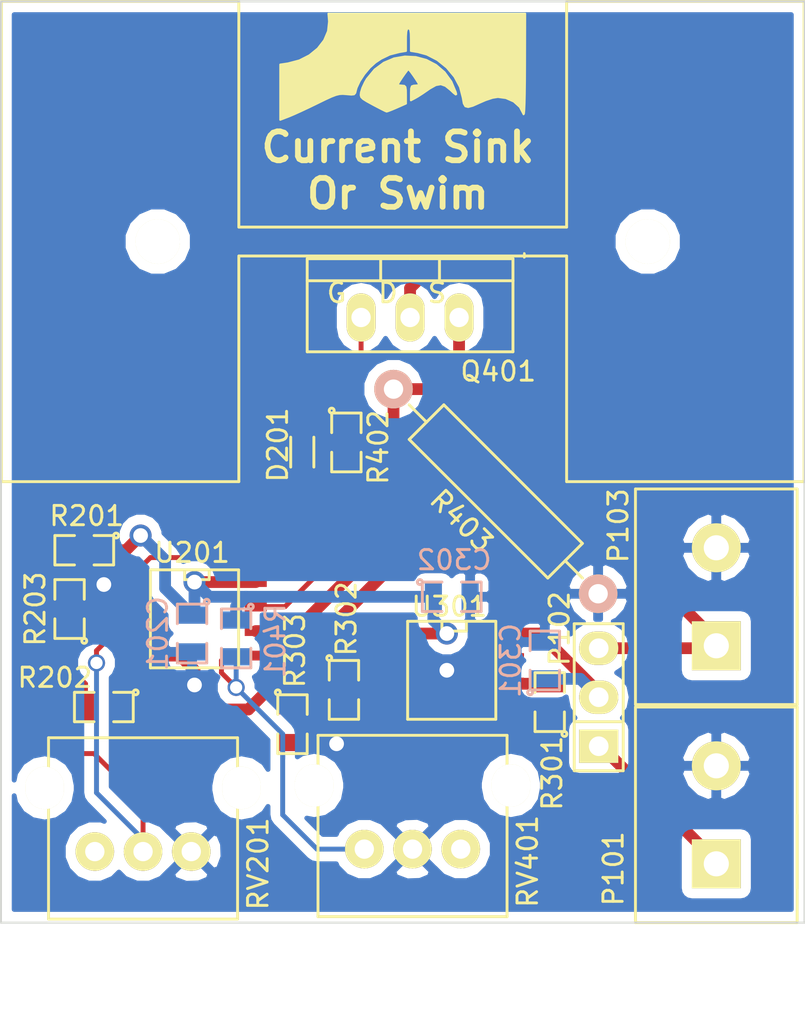
<source format=kicad_pcb>
(kicad_pcb (version 4) (host pcbnew 0.201502010101+5397~21~ubuntu14.04.1-product)

  (general
    (links 42)
    (no_connects 0)
    (area 106.121999 35.763999 147.878001 83.616001)
    (thickness 1.6)
    (drawings 5)
    (tracks 132)
    (zones 0)
    (modules 23)
    (nets 17)
  )

  (page A4)
  (layers
    (0 F.Cu signal)
    (31 B.Cu signal)
    (32 B.Adhes user)
    (33 F.Adhes user)
    (34 B.Paste user)
    (35 F.Paste user)
    (36 B.SilkS user)
    (37 F.SilkS user)
    (38 B.Mask user)
    (39 F.Mask user)
    (40 Dwgs.User user)
    (41 Cmts.User user)
    (42 Eco1.User user)
    (43 Eco2.User user)
    (44 Edge.Cuts user)
    (45 Margin user)
    (46 B.CrtYd user)
    (47 F.CrtYd user)
    (48 B.Fab user)
    (49 F.Fab user)
  )

  (setup
    (last_trace_width 0.254)
    (trace_clearance 0.254)
    (zone_clearance 0.508)
    (zone_45_only no)
    (trace_min 0.254)
    (segment_width 0.2)
    (edge_width 0.1)
    (via_size 0.889)
    (via_drill 0.635)
    (via_min_size 0.889)
    (via_min_drill 0.508)
    (uvia_size 0.508)
    (uvia_drill 0.127)
    (uvias_allowed no)
    (uvia_min_size 0.508)
    (uvia_min_drill 0.127)
    (pcb_text_width 0.3)
    (pcb_text_size 1.5 1.5)
    (mod_edge_width 0.15)
    (mod_text_size 1 1)
    (mod_text_width 0.15)
    (pad_size 1.5 1.5)
    (pad_drill 0.6)
    (pad_to_mask_clearance 0)
    (aux_axis_origin 0 0)
    (visible_elements FFFFD7FF)
    (pcbplotparams
      (layerselection 0x010f0_80000001)
      (usegerberextensions false)
      (excludeedgelayer true)
      (linewidth 0.100000)
      (plotframeref false)
      (viasonmask false)
      (mode 1)
      (useauxorigin false)
      (hpglpennumber 1)
      (hpglpenspeed 20)
      (hpglpendiameter 15)
      (hpglpenoverlay 2)
      (psnegative false)
      (psa4output false)
      (plotreference true)
      (plotvalue false)
      (plotinvisibletext false)
      (padsonsilk false)
      (subtractmaskfromsilk true)
      (outputformat 1)
      (mirror false)
      (drillshape 0)
      (scaleselection 1)
      (outputdirectory GERBER/))
  )

  (net 0 "")
  (net 1 2.7V)
  (net 2 GND)
  (net 3 "/Power Regulation/Vin")
  (net 4 "/Current Control/FET_Gate")
  (net 5 "Net-(D201-Pad2)")
  (net 6 "Net-(P101-Pad1)")
  (net 7 "/Current Control/Current_Sink+")
  (net 8 "Net-(Q401-PadS)")
  (net 9 "Net-(R202-Pad2)")
  (net 10 "Net-(R301-Pad1)")
  (net 11 "Net-(R302-Pad2)")
  (net 12 "Net-(R402-Pad2)")
  (net 13 "Net-(R201-Pad2)")
  (net 14 "Net-(R401-Pad2)")
  (net 15 "Net-(RV201-Pad1)")
  (net 16 "Net-(RV401-Pad3)")

  (net_class Default "This is the default net class."
    (clearance 0.254)
    (trace_width 0.254)
    (via_dia 0.889)
    (via_drill 0.635)
    (uvia_dia 0.508)
    (uvia_drill 0.127)
    (add_net "/Current Control/FET_Gate")
    (add_net "Net-(D201-Pad2)")
    (add_net "Net-(R201-Pad2)")
    (add_net "Net-(R202-Pad2)")
    (add_net "Net-(R301-Pad1)")
    (add_net "Net-(R302-Pad2)")
    (add_net "Net-(R401-Pad2)")
    (add_net "Net-(R402-Pad2)")
    (add_net "Net-(RV201-Pad1)")
    (add_net "Net-(RV401-Pad3)")
  )

  (net_class Power ""
    (clearance 0.3048)
    (trace_width 0.6096)
    (via_dia 1.143)
    (via_drill 0.762)
    (uvia_dia 0.508)
    (uvia_drill 0.127)
    (add_net "/Current Control/Current_Sink+")
    (add_net "/Power Regulation/Vin")
    (add_net 2.7V)
    (add_net GND)
    (add_net "Net-(P101-Pad1)")
    (add_net "Net-(Q401-PadS)")
  )

  (module SMD_Packages:SMD-0805 (layer B.Cu) (tedit 54E7BAF9) (tstamp 54DD849A)
    (at 116.078 68.58 270)
    (path /54DACEE9/54DB1D32)
    (attr smd)
    (fp_text reference C201 (at 0 1.778 270) (layer B.SilkS)
      (effects (font (size 1 1) (thickness 0.15)) (justify mirror))
    )
    (fp_text value C (at 0 -0.381 270) (layer B.SilkS) hide
      (effects (font (size 1 1) (thickness 0.15)) (justify mirror))
    )
    (fp_circle (center -1.651 -0.762) (end -1.651 -0.635) (layer B.SilkS) (width 0.15))
    (fp_line (start -0.508 -0.762) (end -1.524 -0.762) (layer B.SilkS) (width 0.15))
    (fp_line (start -1.524 -0.762) (end -1.524 0.762) (layer B.SilkS) (width 0.15))
    (fp_line (start -1.524 0.762) (end -0.508 0.762) (layer B.SilkS) (width 0.15))
    (fp_line (start 0.508 0.762) (end 1.524 0.762) (layer B.SilkS) (width 0.15))
    (fp_line (start 1.524 0.762) (end 1.524 -0.762) (layer B.SilkS) (width 0.15))
    (fp_line (start 1.524 -0.762) (end 0.508 -0.762) (layer B.SilkS) (width 0.15))
    (pad 1 smd rect (at -0.9525 0 270) (size 0.889 1.397) (layers B.Cu B.Paste B.Mask)
      (net 1 2.7V))
    (pad 2 smd rect (at 0.9525 0 270) (size 0.889 1.397) (layers B.Cu B.Paste B.Mask)
      (net 2 GND))
    (model SMD_Packages/SMD-0805.wrl
      (at (xyz 0 0 0))
      (scale (xyz 0.1 0.1 0.1))
      (rotate (xyz 0 0 0))
    )
  )

  (module SMD_Packages:SMD-0805 (layer B.Cu) (tedit 54E7BAE4) (tstamp 54DD84A0)
    (at 134.366 69.977 90)
    (path /54DACF20/54DAF10D)
    (attr smd)
    (fp_text reference C301 (at 0 -1.778 90) (layer B.SilkS)
      (effects (font (size 1 1) (thickness 0.15)) (justify mirror))
    )
    (fp_text value C (at 0 -0.381 90) (layer B.SilkS) hide
      (effects (font (size 1 1) (thickness 0.15)) (justify mirror))
    )
    (fp_circle (center -1.651 -0.762) (end -1.651 -0.635) (layer B.SilkS) (width 0.15))
    (fp_line (start -0.508 -0.762) (end -1.524 -0.762) (layer B.SilkS) (width 0.15))
    (fp_line (start -1.524 -0.762) (end -1.524 0.762) (layer B.SilkS) (width 0.15))
    (fp_line (start -1.524 0.762) (end -0.508 0.762) (layer B.SilkS) (width 0.15))
    (fp_line (start 0.508 0.762) (end 1.524 0.762) (layer B.SilkS) (width 0.15))
    (fp_line (start 1.524 0.762) (end 1.524 -0.762) (layer B.SilkS) (width 0.15))
    (fp_line (start 1.524 -0.762) (end 0.508 -0.762) (layer B.SilkS) (width 0.15))
    (pad 1 smd rect (at -0.9525 0 90) (size 0.889 1.397) (layers B.Cu B.Paste B.Mask)
      (net 3 "/Power Regulation/Vin"))
    (pad 2 smd rect (at 0.9525 0 90) (size 0.889 1.397) (layers B.Cu B.Paste B.Mask)
      (net 2 GND))
    (model SMD_Packages/SMD-0805.wrl
      (at (xyz 0 0 0))
      (scale (xyz 0.1 0.1 0.1))
      (rotate (xyz 0 0 0))
    )
  )

  (module SMD_Packages:SMD-0805 (layer B.Cu) (tedit 54E7BAE9) (tstamp 54DD84A6)
    (at 129.54 66.675)
    (path /54DACF20/54DAF114)
    (attr smd)
    (fp_text reference C302 (at 0.127 -1.905) (layer B.SilkS)
      (effects (font (size 1 1) (thickness 0.15)) (justify mirror))
    )
    (fp_text value C (at 0 -0.381) (layer B.SilkS) hide
      (effects (font (size 1 1) (thickness 0.15)) (justify mirror))
    )
    (fp_circle (center -1.651 -0.762) (end -1.651 -0.635) (layer B.SilkS) (width 0.15))
    (fp_line (start -0.508 -0.762) (end -1.524 -0.762) (layer B.SilkS) (width 0.15))
    (fp_line (start -1.524 -0.762) (end -1.524 0.762) (layer B.SilkS) (width 0.15))
    (fp_line (start -1.524 0.762) (end -0.508 0.762) (layer B.SilkS) (width 0.15))
    (fp_line (start 0.508 0.762) (end 1.524 0.762) (layer B.SilkS) (width 0.15))
    (fp_line (start 1.524 0.762) (end 1.524 -0.762) (layer B.SilkS) (width 0.15))
    (fp_line (start 1.524 -0.762) (end 0.508 -0.762) (layer B.SilkS) (width 0.15))
    (pad 1 smd rect (at -0.9525 0) (size 0.889 1.397) (layers B.Cu B.Paste B.Mask)
      (net 1 2.7V))
    (pad 2 smd rect (at 0.9525 0) (size 0.889 1.397) (layers B.Cu B.Paste B.Mask)
      (net 2 GND))
    (model SMD_Packages/SMD-0805.wrl
      (at (xyz 0 0 0))
      (scale (xyz 0.1 0.1 0.1))
      (rotate (xyz 0 0 0))
    )
  )

  (module SMD_Packages:SOD-523 (layer F.Cu) (tedit 54E7BAAD) (tstamp 54DD84B2)
    (at 121.793 58.801 270)
    (descr "http://www.diodes.com/datasheets/ap02001.pdf p.144")
    (tags "Diode SOD523")
    (path /54DACEE9/54DB1E38)
    (fp_text reference D201 (at 0 1.27 270) (layer F.SilkS)
      (effects (font (size 1 1) (thickness 0.15)))
    )
    (fp_text value DIODE (at 0 1.7 270) (layer F.SilkS) hide
      (effects (font (size 1 1) (thickness 0.15)))
    )
    (fp_line (start -0.4 0.6) (end 1.15 0.6) (layer F.SilkS) (width 0.15))
    (fp_line (start -0.4 -0.6) (end 1.15 -0.6) (layer F.SilkS) (width 0.15))
    (pad 1 smd rect (at -0.7 0 270) (size 0.6 0.7) (layers F.Cu F.Paste F.Mask)
      (net 4 "/Current Control/FET_Gate"))
    (pad 2 smd rect (at 0.7 0 270) (size 0.6 0.7) (layers F.Cu F.Paste F.Mask)
      (net 5 "Net-(D201-Pad2)"))
  )

  (module Transistors_TO-220:TO-220_FET-GDS_Vertical (layer F.Cu) (tedit 54E7BAB6) (tstamp 54DD84CC)
    (at 127.381 52.197)
    (descr "TO-220, FET-GDS, Vertical,")
    (tags "TO-220, FET-GDS, Vertical,")
    (path /54DACF0C/54DADC74)
    (fp_text reference Q401 (at 4.572 2.794) (layer F.SilkS)
      (effects (font (size 1 1) (thickness 0.15)))
    )
    (fp_text value BUK9575 (at 0 3.81) (layer F.SilkS) hide
      (effects (font (size 1 1) (thickness 0.15)))
    )
    (fp_text user S (at 1.397 -1.27) (layer F.SilkS)
      (effects (font (size 1 1) (thickness 0.15)))
    )
    (fp_text user D (at -1.143 -1.27) (layer F.SilkS)
      (effects (font (size 1 1) (thickness 0.15)))
    )
    (fp_text user G (at -3.81 -1.27) (layer F.SilkS)
      (effects (font (size 1 1) (thickness 0.15)))
    )
    (fp_line (start -1.524 -3.048) (end -1.524 -1.905) (layer F.SilkS) (width 0.15))
    (fp_line (start 1.524 -3.048) (end 1.524 -1.905) (layer F.SilkS) (width 0.15))
    (fp_line (start 5.334 -1.905) (end 5.334 1.778) (layer F.SilkS) (width 0.15))
    (fp_line (start 5.334 1.778) (end -5.334 1.778) (layer F.SilkS) (width 0.15))
    (fp_line (start -5.334 1.778) (end -5.334 -1.905) (layer F.SilkS) (width 0.15))
    (fp_line (start 5.334 -3.048) (end 5.334 -1.905) (layer F.SilkS) (width 0.15))
    (fp_line (start 5.334 -1.905) (end -5.334 -1.905) (layer F.SilkS) (width 0.15))
    (fp_line (start -5.334 -1.905) (end -5.334 -3.048) (layer F.SilkS) (width 0.15))
    (fp_line (start 0 -3.048) (end -5.334 -3.048) (layer F.SilkS) (width 0.15))
    (fp_line (start 0 -3.048) (end 5.334 -3.048) (layer F.SilkS) (width 0.15))
    (pad D thru_hole oval (at 0 0 90) (size 2.49936 1.50114) (drill 1.00076) (layers *.Cu *.Mask F.SilkS)
      (net 7 "/Current Control/Current_Sink+"))
    (pad G thru_hole oval (at -2.54 0 90) (size 2.49936 1.50114) (drill 1.00076) (layers *.Cu *.Mask F.SilkS)
      (net 4 "/Current Control/FET_Gate"))
    (pad S thru_hole oval (at 2.54 0 90) (size 2.49936 1.50114) (drill 1.00076) (layers *.Cu *.Mask F.SilkS)
      (net 8 "Net-(Q401-PadS)"))
    (model Transistors_TO-220/TO-220_FET-GDS_Vertical.wrl
      (at (xyz 0 0 0))
      (scale (xyz 0.3937 0.3937 0.3937))
      (rotate (xyz 0 0 0))
    )
  )

  (module SMD_Packages:SMD-0805 (layer F.Cu) (tedit 54E7BA6D) (tstamp 54DD84D2)
    (at 110.49 64.262 180)
    (path /54DACEE9/54DB1D0A)
    (attr smd)
    (fp_text reference R201 (at -0.127 1.778 180) (layer F.SilkS)
      (effects (font (size 1 1) (thickness 0.15)))
    )
    (fp_text value 28.7K (at 0 0.381 180) (layer F.SilkS) hide
      (effects (font (size 1 1) (thickness 0.15)))
    )
    (fp_circle (center -1.651 0.762) (end -1.651 0.635) (layer F.SilkS) (width 0.15))
    (fp_line (start -0.508 0.762) (end -1.524 0.762) (layer F.SilkS) (width 0.15))
    (fp_line (start -1.524 0.762) (end -1.524 -0.762) (layer F.SilkS) (width 0.15))
    (fp_line (start -1.524 -0.762) (end -0.508 -0.762) (layer F.SilkS) (width 0.15))
    (fp_line (start 0.508 -0.762) (end 1.524 -0.762) (layer F.SilkS) (width 0.15))
    (fp_line (start 1.524 -0.762) (end 1.524 0.762) (layer F.SilkS) (width 0.15))
    (fp_line (start 1.524 0.762) (end 0.508 0.762) (layer F.SilkS) (width 0.15))
    (pad 1 smd rect (at -0.9525 0 180) (size 0.889 1.397) (layers F.Cu F.Paste F.Mask)
      (net 1 2.7V))
    (pad 2 smd rect (at 0.9525 0 180) (size 0.889 1.397) (layers F.Cu F.Paste F.Mask)
      (net 13 "Net-(R201-Pad2)"))
    (model SMD_Packages/SMD-0805.wrl
      (at (xyz 0 0 0))
      (scale (xyz 0.1 0.1 0.1))
      (rotate (xyz 0 0 0))
    )
  )

  (module SMD_Packages:SMD-0805 (layer F.Cu) (tedit 54E7BA68) (tstamp 54DD84D8)
    (at 111.506 72.39 180)
    (path /54DACEE9/54DB1EC2)
    (attr smd)
    (fp_text reference R202 (at 2.54 1.524 180) (layer F.SilkS)
      (effects (font (size 1 1) (thickness 0.15)))
    )
    (fp_text value 9K (at 0 0.381 180) (layer F.SilkS) hide
      (effects (font (size 1 1) (thickness 0.15)))
    )
    (fp_circle (center -1.651 0.762) (end -1.651 0.635) (layer F.SilkS) (width 0.15))
    (fp_line (start -0.508 0.762) (end -1.524 0.762) (layer F.SilkS) (width 0.15))
    (fp_line (start -1.524 0.762) (end -1.524 -0.762) (layer F.SilkS) (width 0.15))
    (fp_line (start -1.524 -0.762) (end -0.508 -0.762) (layer F.SilkS) (width 0.15))
    (fp_line (start 0.508 -0.762) (end 1.524 -0.762) (layer F.SilkS) (width 0.15))
    (fp_line (start 1.524 -0.762) (end 1.524 0.762) (layer F.SilkS) (width 0.15))
    (fp_line (start 1.524 0.762) (end 0.508 0.762) (layer F.SilkS) (width 0.15))
    (pad 1 smd rect (at -0.9525 0 180) (size 0.889 1.397) (layers F.Cu F.Paste F.Mask)
      (net 7 "/Current Control/Current_Sink+"))
    (pad 2 smd rect (at 0.9525 0 180) (size 0.889 1.397) (layers F.Cu F.Paste F.Mask)
      (net 9 "Net-(R202-Pad2)"))
    (model SMD_Packages/SMD-0805.wrl
      (at (xyz 0 0 0))
      (scale (xyz 0.1 0.1 0.1))
      (rotate (xyz 0 0 0))
    )
  )

  (module SMD_Packages:SMD-0805 (layer F.Cu) (tedit 54E7BA6B) (tstamp 54E6A7EF)
    (at 109.728 67.31 90)
    (path /54DACEE9/54DB1F3A)
    (attr smd)
    (fp_text reference R203 (at 0 -1.778 90) (layer F.SilkS)
      (effects (font (size 1 1) (thickness 0.15)))
    )
    (fp_text value 1K (at 0 0.381 90) (layer F.SilkS) hide
      (effects (font (size 1 1) (thickness 0.15)))
    )
    (fp_circle (center -1.651 0.762) (end -1.651 0.635) (layer F.SilkS) (width 0.15))
    (fp_line (start -0.508 0.762) (end -1.524 0.762) (layer F.SilkS) (width 0.15))
    (fp_line (start -1.524 0.762) (end -1.524 -0.762) (layer F.SilkS) (width 0.15))
    (fp_line (start -1.524 -0.762) (end -0.508 -0.762) (layer F.SilkS) (width 0.15))
    (fp_line (start 0.508 -0.762) (end 1.524 -0.762) (layer F.SilkS) (width 0.15))
    (fp_line (start 1.524 -0.762) (end 1.524 0.762) (layer F.SilkS) (width 0.15))
    (fp_line (start 1.524 0.762) (end 0.508 0.762) (layer F.SilkS) (width 0.15))
    (pad 1 smd rect (at -0.9525 0 90) (size 0.889 1.397) (layers F.Cu F.Paste F.Mask)
      (net 9 "Net-(R202-Pad2)"))
    (pad 2 smd rect (at 0.9525 0 90) (size 0.889 1.397) (layers F.Cu F.Paste F.Mask)
      (net 2 GND))
    (model SMD_Packages/SMD-0805.wrl
      (at (xyz 0 0 0))
      (scale (xyz 0.1 0.1 0.1))
      (rotate (xyz 0 0 0))
    )
  )

  (module SMD_Packages:SMD-0805 (layer F.Cu) (tedit 54E7BA29) (tstamp 54DD84E4)
    (at 134.62 72.136 90)
    (path /54DACF20/54DAF11D)
    (attr smd)
    (fp_text reference R301 (at -3.683 0.127 90) (layer F.SilkS)
      (effects (font (size 1 1) (thickness 0.15)))
    )
    (fp_text value 0 (at 0 0.381 90) (layer F.SilkS) hide
      (effects (font (size 1 1) (thickness 0.15)))
    )
    (fp_circle (center -1.651 0.762) (end -1.651 0.635) (layer F.SilkS) (width 0.15))
    (fp_line (start -0.508 0.762) (end -1.524 0.762) (layer F.SilkS) (width 0.15))
    (fp_line (start -1.524 0.762) (end -1.524 -0.762) (layer F.SilkS) (width 0.15))
    (fp_line (start -1.524 -0.762) (end -0.508 -0.762) (layer F.SilkS) (width 0.15))
    (fp_line (start 0.508 -0.762) (end 1.524 -0.762) (layer F.SilkS) (width 0.15))
    (fp_line (start 1.524 -0.762) (end 1.524 0.762) (layer F.SilkS) (width 0.15))
    (fp_line (start 1.524 0.762) (end 0.508 0.762) (layer F.SilkS) (width 0.15))
    (pad 1 smd rect (at -0.9525 0 90) (size 0.889 1.397) (layers F.Cu F.Paste F.Mask)
      (net 10 "Net-(R301-Pad1)"))
    (pad 2 smd rect (at 0.9525 0 90) (size 0.889 1.397) (layers F.Cu F.Paste F.Mask)
      (net 2 GND))
    (model SMD_Packages/SMD-0805.wrl
      (at (xyz 0 0 0))
      (scale (xyz 0.1 0.1 0.1))
      (rotate (xyz 0 0 0))
    )
  )

  (module SMD_Packages:SMD-0805 (layer F.Cu) (tedit 54E7BA56) (tstamp 54DD84EA)
    (at 123.952 71.501 270)
    (path /54DACF20/54DAF13B)
    (attr smd)
    (fp_text reference R302 (at -3.683 -0.127 270) (layer F.SilkS)
      (effects (font (size 1 1) (thickness 0.15)))
    )
    (fp_text value 27K (at 0 0.381 270) (layer F.SilkS) hide
      (effects (font (size 1 1) (thickness 0.15)))
    )
    (fp_circle (center -1.651 0.762) (end -1.651 0.635) (layer F.SilkS) (width 0.15))
    (fp_line (start -0.508 0.762) (end -1.524 0.762) (layer F.SilkS) (width 0.15))
    (fp_line (start -1.524 0.762) (end -1.524 -0.762) (layer F.SilkS) (width 0.15))
    (fp_line (start -1.524 -0.762) (end -0.508 -0.762) (layer F.SilkS) (width 0.15))
    (fp_line (start 0.508 -0.762) (end 1.524 -0.762) (layer F.SilkS) (width 0.15))
    (fp_line (start 1.524 -0.762) (end 1.524 0.762) (layer F.SilkS) (width 0.15))
    (fp_line (start 1.524 0.762) (end 0.508 0.762) (layer F.SilkS) (width 0.15))
    (pad 1 smd rect (at -0.9525 0 270) (size 0.889 1.397) (layers F.Cu F.Paste F.Mask)
      (net 1 2.7V))
    (pad 2 smd rect (at 0.9525 0 270) (size 0.889 1.397) (layers F.Cu F.Paste F.Mask)
      (net 11 "Net-(R302-Pad2)"))
    (model SMD_Packages/SMD-0805.wrl
      (at (xyz 0 0 0))
      (scale (xyz 0.1 0.1 0.1))
      (rotate (xyz 0 0 0))
    )
  )

  (module SMD_Packages:SMD-0805 (layer F.Cu) (tedit 54E7BA5C) (tstamp 54E7EECC)
    (at 121.285 73.279 270)
    (path /54DACF20/54DAF142)
    (attr smd)
    (fp_text reference R303 (at -3.81 -0.127 270) (layer F.SilkS)
      (effects (font (size 1 1) (thickness 0.15)))
    )
    (fp_text value 21.6K (at 0 0.381 270) (layer F.SilkS) hide
      (effects (font (size 1 1) (thickness 0.15)))
    )
    (fp_circle (center -1.651 0.762) (end -1.651 0.635) (layer F.SilkS) (width 0.15))
    (fp_line (start -0.508 0.762) (end -1.524 0.762) (layer F.SilkS) (width 0.15))
    (fp_line (start -1.524 0.762) (end -1.524 -0.762) (layer F.SilkS) (width 0.15))
    (fp_line (start -1.524 -0.762) (end -0.508 -0.762) (layer F.SilkS) (width 0.15))
    (fp_line (start 0.508 -0.762) (end 1.524 -0.762) (layer F.SilkS) (width 0.15))
    (fp_line (start 1.524 -0.762) (end 1.524 0.762) (layer F.SilkS) (width 0.15))
    (fp_line (start 1.524 0.762) (end 0.508 0.762) (layer F.SilkS) (width 0.15))
    (pad 1 smd rect (at -0.9525 0 270) (size 0.889 1.397) (layers F.Cu F.Paste F.Mask)
      (net 11 "Net-(R302-Pad2)"))
    (pad 2 smd rect (at 0.9525 0 270) (size 0.889 1.397) (layers F.Cu F.Paste F.Mask)
      (net 2 GND))
    (model SMD_Packages/SMD-0805.wrl
      (at (xyz 0 0 0))
      (scale (xyz 0.1 0.1 0.1))
      (rotate (xyz 0 0 0))
    )
  )

  (module SMD_Packages:SMD-0805 (layer B.Cu) (tedit 54E7BAED) (tstamp 54DD84F6)
    (at 118.364 68.834 270)
    (path /54DACF0C/54DADC7B)
    (attr smd)
    (fp_text reference R401 (at 0.127 -2.032 270) (layer B.SilkS)
      (effects (font (size 1 1) (thickness 0.15)) (justify mirror))
    )
    (fp_text value 68K (at 0 -0.381 270) (layer B.SilkS) hide
      (effects (font (size 1 1) (thickness 0.15)) (justify mirror))
    )
    (fp_circle (center -1.651 -0.762) (end -1.651 -0.635) (layer B.SilkS) (width 0.15))
    (fp_line (start -0.508 -0.762) (end -1.524 -0.762) (layer B.SilkS) (width 0.15))
    (fp_line (start -1.524 -0.762) (end -1.524 0.762) (layer B.SilkS) (width 0.15))
    (fp_line (start -1.524 0.762) (end -0.508 0.762) (layer B.SilkS) (width 0.15))
    (fp_line (start 0.508 0.762) (end 1.524 0.762) (layer B.SilkS) (width 0.15))
    (fp_line (start 1.524 0.762) (end 1.524 -0.762) (layer B.SilkS) (width 0.15))
    (fp_line (start 1.524 -0.762) (end 0.508 -0.762) (layer B.SilkS) (width 0.15))
    (pad 1 smd rect (at -0.9525 0 270) (size 0.889 1.397) (layers B.Cu B.Paste B.Mask)
      (net 1 2.7V))
    (pad 2 smd rect (at 0.9525 0 270) (size 0.889 1.397) (layers B.Cu B.Paste B.Mask)
      (net 14 "Net-(R401-Pad2)"))
    (model SMD_Packages/SMD-0805.wrl
      (at (xyz 0 0 0))
      (scale (xyz 0.1 0.1 0.1))
      (rotate (xyz 0 0 0))
    )
  )

  (module SMD_Packages:SMD-0805 (layer F.Cu) (tedit 54E7BAB1) (tstamp 54E7EBFE)
    (at 124.079 58.674 270)
    (path /54DACF0C/54DAE31B)
    (attr smd)
    (fp_text reference R402 (at 0.254 -1.651 270) (layer F.SilkS)
      (effects (font (size 1 1) (thickness 0.15)))
    )
    (fp_text value 1K (at 0 0.381 270) (layer F.SilkS) hide
      (effects (font (size 1 1) (thickness 0.15)))
    )
    (fp_circle (center -1.651 0.762) (end -1.651 0.635) (layer F.SilkS) (width 0.15))
    (fp_line (start -0.508 0.762) (end -1.524 0.762) (layer F.SilkS) (width 0.15))
    (fp_line (start -1.524 0.762) (end -1.524 -0.762) (layer F.SilkS) (width 0.15))
    (fp_line (start -1.524 -0.762) (end -0.508 -0.762) (layer F.SilkS) (width 0.15))
    (fp_line (start 0.508 -0.762) (end 1.524 -0.762) (layer F.SilkS) (width 0.15))
    (fp_line (start 1.524 -0.762) (end 1.524 0.762) (layer F.SilkS) (width 0.15))
    (fp_line (start 1.524 0.762) (end 0.508 0.762) (layer F.SilkS) (width 0.15))
    (pad 1 smd rect (at -0.9525 0 270) (size 0.889 1.397) (layers F.Cu F.Paste F.Mask)
      (net 4 "/Current Control/FET_Gate"))
    (pad 2 smd rect (at 0.9525 0 270) (size 0.889 1.397) (layers F.Cu F.Paste F.Mask)
      (net 12 "Net-(R402-Pad2)"))
    (model SMD_Packages/SMD-0805.wrl
      (at (xyz 0 0 0))
      (scale (xyz 0.1 0.1 0.1))
      (rotate (xyz 0 0 0))
    )
  )

  (module Resistors_ThroughHole:Resistor_Horizontal_RM15mm (layer F.Cu) (tedit 54E7B97F) (tstamp 54DD8502)
    (at 131.826 61.214 315)
    (descr "Resistor, Axial, RM 15mm,")
    (tags "Resistor, Axial, RM 15mm,")
    (path /54DACF0C/54DADC66)
    (fp_text reference R403 (at -0.179605 2.334867 315) (layer F.SilkS)
      (effects (font (size 1 1) (thickness 0.15)))
    )
    (fp_text value .1 (at 0 4.0005 315) (layer F.SilkS) hide
      (effects (font (size 1 1) (thickness 0.15)))
    )
    (fp_line (start -5.08 -1.27) (end -5.08 1.27) (layer F.SilkS) (width 0.15))
    (fp_line (start -5.08 1.27) (end 5.08 1.27) (layer F.SilkS) (width 0.15))
    (fp_line (start 5.08 1.27) (end 5.08 -1.27) (layer F.SilkS) (width 0.15))
    (fp_line (start 5.08 -1.27) (end -5.08 -1.27) (layer F.SilkS) (width 0.15))
    (fp_line (start 6.35 0) (end 5.08 0) (layer F.SilkS) (width 0.15))
    (fp_line (start -6.35 0) (end -5.08 0) (layer F.SilkS) (width 0.15))
    (pad 1 thru_hole circle (at -7.5 0 315) (size 1.99898 1.99898) (drill 1.00076) (layers *.Cu *.SilkS *.Mask)
      (net 8 "Net-(Q401-PadS)"))
    (pad 2 thru_hole circle (at 7.5 0 315) (size 1.99898 1.99898) (drill 1.00076) (layers *.Cu *.SilkS *.Mask)
      (net 2 GND))
    (model Resistors_ThroughHole/Resistor_Horizontal_RM15mm.wrl
      (at (xyz 0 0 0))
      (scale (xyz 0.4 0.4 0.4))
      (rotate (xyz 0 0 0))
    )
  )

  (module SMD_Packages:SOIC-8-N (layer F.Cu) (tedit 54E3FD9E) (tstamp 54DD851C)
    (at 116.205 67.818 270)
    (descr "Module Narrow CMS SOJ 8 pins large")
    (tags "CMS SOJ")
    (path /54DACEE9/54DB1D03)
    (attr smd)
    (fp_text reference U201 (at -3.429 0.127 540) (layer F.SilkS)
      (effects (font (size 1 1) (thickness 0.15)))
    )
    (fp_text value LMV358 (at 0 1.27 270) (layer F.SilkS) hide
      (effects (font (size 1 1) (thickness 0.15)))
    )
    (fp_line (start -2.54 -2.286) (end 2.54 -2.286) (layer F.SilkS) (width 0.15))
    (fp_line (start 2.54 -2.286) (end 2.54 2.286) (layer F.SilkS) (width 0.15))
    (fp_line (start 2.54 2.286) (end -2.54 2.286) (layer F.SilkS) (width 0.15))
    (fp_line (start -2.54 2.286) (end -2.54 -2.286) (layer F.SilkS) (width 0.15))
    (fp_line (start -2.54 -0.762) (end -2.032 -0.762) (layer F.SilkS) (width 0.15))
    (fp_line (start -2.032 -0.762) (end -2.032 0.508) (layer F.SilkS) (width 0.15))
    (fp_line (start -2.032 0.508) (end -2.54 0.508) (layer F.SilkS) (width 0.15))
    (pad 8 smd rect (at -1.905 -3.175 270) (size 0.508 1.143) (layers F.Cu F.Paste F.Mask)
      (net 1 2.7V))
    (pad 7 smd rect (at -0.635 -3.175 270) (size 0.508 1.143) (layers F.Cu F.Paste F.Mask)
      (net 12 "Net-(R402-Pad2)"))
    (pad 6 smd rect (at 0.635 -3.175 270) (size 0.508 1.143) (layers F.Cu F.Paste F.Mask)
      (net 8 "Net-(Q401-PadS)"))
    (pad 5 smd rect (at 1.905 -3.175 270) (size 0.508 1.143) (layers F.Cu F.Paste F.Mask)
      (net 14 "Net-(R401-Pad2)"))
    (pad 4 smd rect (at 1.905 3.175 270) (size 0.508 1.143) (layers F.Cu F.Paste F.Mask)
      (net 2 GND))
    (pad 3 smd rect (at 0.635 3.175 270) (size 0.508 1.143) (layers F.Cu F.Paste F.Mask)
      (net 13 "Net-(R201-Pad2)"))
    (pad 2 smd rect (at -0.635 3.175 270) (size 0.508 1.143) (layers F.Cu F.Paste F.Mask)
      (net 9 "Net-(R202-Pad2)"))
    (pad 1 smd rect (at -1.905 3.175 270) (size 0.508 1.143) (layers F.Cu F.Paste F.Mask)
      (net 5 "Net-(D201-Pad2)"))
    (model SMD_Packages/SOIC-8-N.wrl
      (at (xyz 0 0 0))
      (scale (xyz 0.5 0.38 0.5))
      (rotate (xyz 0 0 0))
    )
  )

  (module SMD_Packages:SOIC-8-N (layer F.Cu) (tedit 54E3FD93) (tstamp 54DD8528)
    (at 129.54 70.485 270)
    (descr "Module Narrow CMS SOJ 8 pins large")
    (tags "CMS SOJ")
    (path /54DACF20/54DAF12F)
    (attr smd)
    (fp_text reference U301 (at -3.302 0.127 360) (layer F.SilkS)
      (effects (font (size 1 1) (thickness 0.15)))
    )
    (fp_text value LM2931D-R (at 0 1.27 270) (layer F.SilkS) hide
      (effects (font (size 1 1) (thickness 0.15)))
    )
    (fp_line (start -2.54 -2.286) (end 2.54 -2.286) (layer F.SilkS) (width 0.15))
    (fp_line (start 2.54 -2.286) (end 2.54 2.286) (layer F.SilkS) (width 0.15))
    (fp_line (start 2.54 2.286) (end -2.54 2.286) (layer F.SilkS) (width 0.15))
    (fp_line (start -2.54 2.286) (end -2.54 -2.286) (layer F.SilkS) (width 0.15))
    (fp_line (start -2.54 -0.762) (end -2.032 -0.762) (layer F.SilkS) (width 0.15))
    (fp_line (start -2.032 -0.762) (end -2.032 0.508) (layer F.SilkS) (width 0.15))
    (fp_line (start -2.032 0.508) (end -2.54 0.508) (layer F.SilkS) (width 0.15))
    (pad 8 smd rect (at -1.905 -3.175 270) (size 0.508 1.143) (layers F.Cu F.Paste F.Mask)
      (net 3 "/Power Regulation/Vin"))
    (pad 7 smd rect (at -0.635 -3.175 270) (size 0.508 1.143) (layers F.Cu F.Paste F.Mask)
      (net 2 GND))
    (pad 6 smd rect (at 0.635 -3.175 270) (size 0.508 1.143) (layers F.Cu F.Paste F.Mask)
      (net 2 GND))
    (pad 5 smd rect (at 1.905 -3.175 270) (size 0.508 1.143) (layers F.Cu F.Paste F.Mask)
      (net 10 "Net-(R301-Pad1)"))
    (pad 4 smd rect (at 1.905 3.175 270) (size 0.508 1.143) (layers F.Cu F.Paste F.Mask)
      (net 11 "Net-(R302-Pad2)"))
    (pad 3 smd rect (at 0.635 3.175 270) (size 0.508 1.143) (layers F.Cu F.Paste F.Mask)
      (net 2 GND))
    (pad 2 smd rect (at -0.635 3.175 270) (size 0.508 1.143) (layers F.Cu F.Paste F.Mask)
      (net 2 GND))
    (pad 1 smd rect (at -1.905 3.175 270) (size 0.508 1.143) (layers F.Cu F.Paste F.Mask)
      (net 1 2.7V))
    (model SMD_Packages/SOIC-8-N.wrl
      (at (xyz 0 0 0))
      (scale (xyz 0.5 0.38 0.5))
      (rotate (xyz 0 0 0))
    )
  )

  (module Current:FA-T220-38E (layer F.Cu) (tedit 54E7BAC2) (tstamp 54E12869)
    (at 127 48.26)
    (path /54DACF0C/54DFC527)
    (fp_text reference P1 (at 0 -3.81) (layer F.SilkS) hide
      (effects (font (size 1.5 1.5) (thickness 0.15)))
    )
    (fp_text value CONN_01X01 (at 0 -6.35) (layer F.Fab) hide
      (effects (font (size 1.5 1.5) (thickness 0.15)))
    )
    (fp_line (start -8.4963 12.446) (end -20.8026 12.446) (layer F.SilkS) (width 0.15))
    (fp_line (start 20.8026 12.446) (end 8.4963 12.446) (layer F.SilkS) (width 0.15))
    (fp_line (start 8.4963 -12.446) (end 20.8026 -12.446) (layer F.SilkS) (width 0.15))
    (fp_line (start -20.8026 -12.446) (end -8.4963 -12.446) (layer F.SilkS) (width 0.15))
    (fp_line (start 8.4963 0.7493) (end 8.4963 12.446) (layer F.SilkS) (width 0.15))
    (fp_line (start -8.4963 0.7493) (end -8.4963 12.446) (layer F.SilkS) (width 0.15))
    (fp_line (start -8.4963 -0.7493) (end -8.4963 -12.446) (layer F.SilkS) (width 0.15))
    (fp_line (start 8.4963 -0.7493) (end 8.4963 -12.446) (layer F.SilkS) (width 0.15))
    (fp_line (start -8.4963 0.7493) (end 8.4963 0.7493) (layer F.SilkS) (width 0.15))
    (fp_line (start -8.4963 -0.7493) (end 8.4963 -0.7493) (layer F.SilkS) (width 0.15))
    (fp_line (start 20.8026 -12.446) (end 20.8026 12.446) (layer F.SilkS) (width 0.15))
    (fp_line (start -20.8026 12.446) (end -20.8026 -12.446) (layer F.SilkS) (width 0.15))
    (pad "" np_thru_hole circle (at -12.7 0) (size 2.3114 2.3114) (drill 2.3114) (layers *.Cu *.Mask F.SilkS))
    (pad "" np_thru_hole circle (at 12.7 0) (size 2.3114 2.3114) (drill 2.3114) (layers *.Cu *.Mask F.SilkS))
  )

  (module Current:Terminal_Block_200_mil (layer F.Cu) (tedit 54E7B9DE) (tstamp 54E13283)
    (at 143.256 77.978 90)
    (descr "Through hole pin header")
    (tags "pin header")
    (path /54D858EB)
    (fp_text reference P101 (at -2.794 -5.334 90) (layer F.SilkS)
      (effects (font (size 1 1) (thickness 0.15)))
    )
    (fp_text value CONN_01X02 (at 0.254 3.048 90) (layer F.SilkS) hide
      (effects (font (size 1 1) (thickness 0.15)))
    )
    (fp_line (start -5.588 -4.191) (end -5.588 4.191) (layer F.SilkS) (width 0.15))
    (fp_line (start -3.81 4.191) (end 0 4.191) (layer F.SilkS) (width 0.15))
    (fp_line (start -5.588 4.191) (end 5.588 4.191) (layer F.SilkS) (width 0.15))
    (fp_line (start 5.588 4.191) (end 5.588 -4.191) (layer F.SilkS) (width 0.15))
    (fp_line (start 5.588 -4.191) (end -5.588 -4.191) (layer F.SilkS) (width 0.15))
    (pad 1 thru_hole rect (at -2.54 0 90) (size 2.54 2.54) (drill 1.30048) (layers *.Cu *.Mask F.SilkS)
      (net 6 "Net-(P101-Pad1)"))
    (pad 2 thru_hole oval (at 2.54 0 90) (size 2.54 2.54) (drill 1.30048) (layers *.Cu *.Mask F.SilkS)
      (net 2 GND))
    (model Pin_Headers/Pin_Header_Straight_1x02.wrl
      (at (xyz 0 0 0))
      (scale (xyz 1 1 1))
      (rotate (xyz 0 0 0))
    )
  )

  (module Current:Terminal_Block_200_mil (layer F.Cu) (tedit 54E7BA40) (tstamp 54E13298)
    (at 143.256 66.675 90)
    (descr "Through hole pin header")
    (tags "pin header")
    (path /54CEA02B)
    (fp_text reference P103 (at 3.683 -5.08 90) (layer F.SilkS)
      (effects (font (size 1 1) (thickness 0.15)))
    )
    (fp_text value CONN_01X02 (at 0.254 3.048 90) (layer F.SilkS) hide
      (effects (font (size 1 1) (thickness 0.15)))
    )
    (fp_line (start -5.588 -4.191) (end -5.588 4.191) (layer F.SilkS) (width 0.15))
    (fp_line (start -3.81 4.191) (end 0 4.191) (layer F.SilkS) (width 0.15))
    (fp_line (start -5.588 4.191) (end 5.588 4.191) (layer F.SilkS) (width 0.15))
    (fp_line (start 5.588 4.191) (end 5.588 -4.191) (layer F.SilkS) (width 0.15))
    (fp_line (start 5.588 -4.191) (end -5.588 -4.191) (layer F.SilkS) (width 0.15))
    (pad 1 thru_hole rect (at -2.54 0 90) (size 2.54 2.54) (drill 1.30048) (layers *.Cu *.Mask F.SilkS)
      (net 7 "/Current Control/Current_Sink+"))
    (pad 2 thru_hole oval (at 2.54 0 90) (size 2.54 2.54) (drill 1.30048) (layers *.Cu *.Mask F.SilkS)
      (net 2 GND))
    (model Pin_Headers/Pin_Header_Straight_1x02.wrl
      (at (xyz 0 0 0))
      (scale (xyz 1 1 1))
      (rotate (xyz 0 0 0))
    )
  )

  (module Pin_Headers:Pin_Header_Straight_1x03 (layer F.Cu) (tedit 54E7BA45) (tstamp 54E13306)
    (at 137.16 71.882 90)
    (descr "Through hole pin header")
    (tags "pin header")
    (path /54D855F7)
    (fp_text reference P102 (at 3.556 -2.032 90) (layer F.SilkS)
      (effects (font (size 1 1) (thickness 0.15)))
    )
    (fp_text value CONN_01X03 (at 0 0 90) (layer F.SilkS) hide
      (effects (font (size 1 1) (thickness 0.15)))
    )
    (fp_line (start -1.27 1.27) (end 3.81 1.27) (layer F.SilkS) (width 0.15))
    (fp_line (start 3.81 1.27) (end 3.81 -1.27) (layer F.SilkS) (width 0.15))
    (fp_line (start 3.81 -1.27) (end -1.27 -1.27) (layer F.SilkS) (width 0.15))
    (fp_line (start -3.81 -1.27) (end -1.27 -1.27) (layer F.SilkS) (width 0.15))
    (fp_line (start -1.27 -1.27) (end -1.27 1.27) (layer F.SilkS) (width 0.15))
    (fp_line (start -3.81 -1.27) (end -3.81 1.27) (layer F.SilkS) (width 0.15))
    (fp_line (start -3.81 1.27) (end -1.27 1.27) (layer F.SilkS) (width 0.15))
    (pad 1 thru_hole rect (at -2.54 0 90) (size 1.7272 2.032) (drill 1.016) (layers *.Cu *.Mask F.SilkS)
      (net 6 "Net-(P101-Pad1)"))
    (pad 2 thru_hole oval (at 0 0 90) (size 1.7272 2.032) (drill 1.016) (layers *.Cu *.Mask F.SilkS)
      (net 3 "/Power Regulation/Vin"))
    (pad 3 thru_hole oval (at 2.54 0 90) (size 1.7272 2.032) (drill 1.016) (layers *.Cu *.Mask F.SilkS)
      (net 7 "/Current Control/Current_Sink+"))
    (model Pin_Headers/Pin_Header_Straight_1x03.wrl
      (at (xyz 0 0 0))
      (scale (xyz 1 1 1))
      (rotate (xyz 0 0 0))
    )
  )

  (module Current:CSOS (layer F.Cu) (tedit 54EA2621) (tstamp 54EA2694)
    (at 127 42.799)
    (fp_text reference G*** (at 0 0) (layer F.SilkS) hide
      (effects (font (thickness 0.3)))
    )
    (fp_text value LOGO (at 0.75 0) (layer F.SilkS) hide
      (effects (font (thickness 0.3)))
    )
    (fp_poly (pts (xy 6.332589 6.248175) (xy 6.321406 6.2865) (xy 6.290503 6.297136) (xy 6.278701 6.180666)
      (xy 6.292007 6.060471) (xy 6.321406 6.074833) (xy 6.332589 6.248175) (xy 6.332589 6.248175)) (layer F.SilkS) (width 0.1))
    (fp_poly (pts (xy 6.35 -6.35) (xy 6.342364 -3.6195) (xy 6.338041 -2.844779) (xy 6.32992 -2.205589)
      (xy 6.318217 -1.708474) (xy 6.30315 -1.359975) (xy 6.284937 -1.166635) (xy 6.263794 -1.134996)
      (xy 6.260074 -1.14565) (xy 6.070103 -1.511787) (xy 5.754746 -1.796131) (xy 5.347069 -1.97661)
      (xy 4.932164 -2.032) (xy 4.658011 -1.988116) (xy 4.293298 -1.867165) (xy 3.987667 -1.733968)
      (xy 3.631328 -1.575223) (xy 3.393129 -1.511035) (xy 3.245805 -1.549173) (xy 3.162094 -1.697404)
      (xy 3.114734 -1.963497) (xy 3.112456 -1.983355) (xy 2.968407 -2.545754) (xy 2.682376 -3.079807)
      (xy 2.28171 -3.557623) (xy 1.79376 -3.95131) (xy 1.245874 -4.232976) (xy 0.783166 -4.358849)
      (xy 0.423333 -4.417551) (xy 0.423333 -5.002776) (xy 0.415702 -5.322469) (xy 0.388292 -5.504557)
      (xy 0.334326 -5.580271) (xy 0.296333 -5.588) (xy 0.226956 -5.552838) (xy 0.187441 -5.426531)
      (xy 0.17101 -5.177851) (xy 0.169333 -5.002776) (xy 0.169333 -4.417551) (xy -0.181877 -4.358215)
      (xy -0.66885 -4.233561) (xy -1.117966 -4.016975) (xy -1.41718 -3.817206) (xy -1.70709 -3.556147)
      (xy -1.990765 -3.216269) (xy -2.230436 -2.850985) (xy -2.388332 -2.51371) (xy -2.420075 -2.398898)
      (xy -2.458164 -2.244349) (xy -2.523351 -2.169874) (xy -2.662911 -2.154507) (xy -2.920638 -2.176926)
      (xy -3.110434 -2.190699) (xy -3.279871 -2.181082) (xy -3.463619 -2.137161) (xy -3.696349 -2.048025)
      (xy -4.01273 -1.90276) (xy -4.414301 -1.706803) (xy -4.843446 -1.498766) (xy -5.261431 -1.302511)
      (xy -5.6233 -1.138746) (xy -5.884097 -1.028183) (xy -5.9055 -1.019844) (xy -6.35 -0.849138)
      (xy -6.35 -2.282048) (xy -6.35 -3.714958) (xy -5.947834 -3.77494) (xy -5.360352 -3.928988)
      (xy -4.839039 -4.193979) (xy -4.404201 -4.548819) (xy -4.076142 -4.972412) (xy -3.875168 -5.443665)
      (xy -3.821583 -5.941482) (xy -3.824215 -5.981109) (xy -3.853554 -6.35) (xy 1.248223 -6.35)
      (xy 6.35 -6.35) (xy 6.35 -6.35)) (layer F.SilkS) (width 0.1))
    (fp_poly (pts (xy 2.775091 -2.176038) (xy 2.742605 -2.16183) (xy 2.630231 -2.252313) (xy 2.482437 -2.391834)
      (xy 2.21545 -2.607974) (xy 1.974172 -2.69267) (xy 1.717188 -2.646432) (xy 1.40308 -2.469766)
      (xy 1.312062 -2.406203) (xy 1.041096 -2.21941) (xy 0.78807 -2.057083) (xy 0.656166 -1.980695)
      (xy 0.423333 -1.858319) (xy 0.423333 -2.241493) (xy 0.43199 -2.477447) (xy 0.47463 -2.589566)
      (xy 0.576255 -2.623109) (xy 0.635 -2.624667) (xy 0.794269 -2.641222) (xy 0.846666 -2.672912)
      (xy 0.802955 -2.764636) (xy 0.694539 -2.937779) (xy 0.555494 -3.142902) (xy 0.419898 -3.330567)
      (xy 0.321828 -3.451336) (xy 0.296333 -3.471334) (xy 0.23311 -3.407918) (xy 0.113766 -3.250628)
      (xy -0.02762 -3.048903) (xy -0.156974 -2.852181) (xy -0.240217 -2.7099) (xy -0.254 -2.672912)
      (xy -0.181368 -2.63661) (xy -0.042334 -2.624667) (xy 0.078788 -2.612616) (xy 0.141917 -2.548868)
      (xy 0.165826 -2.392029) (xy 0.169333 -2.157933) (xy 0.169333 -1.691199) (xy -0.306869 -1.4806)
      (xy -0.565549 -1.370487) (xy -0.758831 -1.296161) (xy -0.836036 -1.275016) (xy -0.92966 -1.314833)
      (xy -1.134919 -1.41701) (xy -1.414766 -1.562867) (xy -1.549709 -1.634849) (xy -1.864404 -1.806722)
      (xy -2.056537 -1.927468) (xy -2.15326 -2.025087) (xy -2.18172 -2.127575) (xy -2.169067 -2.262932)
      (xy -2.16768 -2.272141) (xy -2.096935 -2.50413) (xy -1.961875 -2.792888) (xy -1.858991 -2.969062)
      (xy -1.45672 -3.456743) (xy -0.978768 -3.810553) (xy -0.448509 -4.033954) (xy 0.110679 -4.130411)
      (xy 0.67542 -4.103388) (xy 1.222338 -3.95635) (xy 1.728057 -3.692761) (xy 2.1692 -3.316084)
      (xy 2.522392 -2.829784) (xy 2.75031 -2.286) (xy 2.775091 -2.176038) (xy 2.775091 -2.176038)) (layer F.SilkS) (width 0.1))
  )

  (module Current:P090L-02F25BR10K (layer F.Cu) (tedit 54EEAE50) (tstamp 54E3F91A)
    (at 127.508 79.756)
    (path /54DACF0C/54DADC9B)
    (fp_text reference RV401 (at 5.969 0.635 90) (layer F.SilkS)
      (effects (font (size 1.016 1.016) (thickness 0.15)))
    )
    (fp_text value 10K (at 0 -9.906) (layer F.Fab) hide
      (effects (font (size 1.5 1.5) (thickness 0.15)))
    )
    (fp_line (start -1.778 3.556) (end -1.778 8.89) (layer Eco1.User) (width 0.15))
    (fp_line (start -1.778 8.89) (end 2.54 8.89) (layer Eco1.User) (width 0.15))
    (fp_line (start 2.54 8.89) (end 2.54 3.556) (layer Eco1.User) (width 0.15))
    (fp_line (start -4.9 -5.9) (end 4.9 -5.9) (layer F.SilkS) (width 0.15))
    (fp_line (start -4.9 3.5) (end 4.9 3.5) (layer F.SilkS) (width 0.15))
    (fp_line (start 4.9 -5.9) (end 4.9 3.5) (layer F.SilkS) (width 0.15))
    (fp_line (start -4.9 -5.9) (end -4.9 3.5) (layer F.SilkS) (width 0.15))
    (pad 3 thru_hole circle (at 2.5 0) (size 2 2) (drill 1) (layers *.Cu *.Mask F.SilkS)
      (net 16 "Net-(RV401-Pad3)"))
    (pad 2 thru_hole circle (at 0 0) (size 2 2) (drill 1) (layers *.Cu *.Mask F.SilkS)
      (net 2 GND))
    (pad 1 thru_hole circle (at -2.5 0) (size 2 2) (drill 1) (layers *.Cu *.Mask F.SilkS)
      (net 14 "Net-(R401-Pad2)"))
    (pad "" np_thru_hole oval (at 5.1 -3.3) (size 2 2.2) (drill oval 2 2.2) (layers *.Cu *.Mask F.SilkS))
    (pad "" np_thru_hole oval (at -5.1 -3.3) (size 2 2.2) (drill oval 2 2.2) (layers *.Cu *.Mask F.SilkS))
  )

  (module Current:P090L-02F25BR10K (layer F.Cu) (tedit 54EEAE50) (tstamp 54E3F90A)
    (at 113.538 79.883)
    (path /54DACEE9/54DB1D22)
    (fp_text reference RV201 (at 5.969 0.635 90) (layer F.SilkS)
      (effects (font (size 1.016 1.016) (thickness 0.15)))
    )
    (fp_text value 10K (at 0 -9.906) (layer F.Fab) hide
      (effects (font (size 1.5 1.5) (thickness 0.15)))
    )
    (fp_line (start -1.778 3.556) (end -1.778 8.89) (layer Eco1.User) (width 0.15))
    (fp_line (start -1.778 8.89) (end 2.54 8.89) (layer Eco1.User) (width 0.15))
    (fp_line (start 2.54 8.89) (end 2.54 3.556) (layer Eco1.User) (width 0.15))
    (fp_line (start -4.9 -5.9) (end 4.9 -5.9) (layer F.SilkS) (width 0.15))
    (fp_line (start -4.9 3.5) (end 4.9 3.5) (layer F.SilkS) (width 0.15))
    (fp_line (start 4.9 -5.9) (end 4.9 3.5) (layer F.SilkS) (width 0.15))
    (fp_line (start -4.9 -5.9) (end -4.9 3.5) (layer F.SilkS) (width 0.15))
    (pad 3 thru_hole circle (at 2.5 0) (size 2 2) (drill 1) (layers *.Cu *.Mask F.SilkS)
      (net 2 GND))
    (pad 2 thru_hole circle (at 0 0) (size 2 2) (drill 1) (layers *.Cu *.Mask F.SilkS)
      (net 13 "Net-(R201-Pad2)"))
    (pad 1 thru_hole circle (at -2.5 0) (size 2 2) (drill 1) (layers *.Cu *.Mask F.SilkS)
      (net 15 "Net-(RV201-Pad1)"))
    (pad "" np_thru_hole oval (at 5.1 -3.3) (size 2 2.2) (drill oval 2 2.2) (layers *.Cu *.Mask F.SilkS))
    (pad "" np_thru_hole oval (at -5.1 -3.3) (size 2 2.2) (drill oval 2 2.2) (layers *.Cu *.Mask F.SilkS))
  )

  (gr_text "Current Sink\nOr Swim" (at 126.746 44.577) (layer F.SilkS)
    (effects (font (size 1.5 1.5) (thickness 0.3)))
  )
  (gr_line (start 147.828 35.814) (end 106.172 35.814) (angle 90) (layer Edge.Cuts) (width 0.1))
  (gr_line (start 147.828 83.566) (end 147.828 35.814) (angle 90) (layer Edge.Cuts) (width 0.1))
  (gr_line (start 106.172 83.566) (end 147.828 83.566) (angle 90) (layer Edge.Cuts) (width 0.1))
  (gr_line (start 106.172 35.814) (end 106.172 83.566) (angle 90) (layer Edge.Cuts) (width 0.1) (tstamp 54E12D78))

  (segment (start 118.364 67.8815) (end 118.364 67.183) (width 0.6096) (layer B.Cu) (net 1))
  (segment (start 118.364 67.183) (end 118.872 66.675) (width 0.6096) (layer B.Cu) (net 1) (tstamp 54E7F0A0))
  (segment (start 123.952 70.5485) (end 123.952 69.85) (width 0.6096) (layer F.Cu) (net 1))
  (segment (start 125.222 68.58) (end 126.365 68.58) (width 0.6096) (layer F.Cu) (net 1) (tstamp 54E7EFB6))
  (segment (start 123.952 69.85) (end 125.222 68.58) (width 0.6096) (layer F.Cu) (net 1) (tstamp 54E7EFB4))
  (segment (start 128.5875 66.675) (end 118.872 66.675) (width 0.6096) (layer B.Cu) (net 1))
  (segment (start 118.872 66.675) (end 116.967 66.675) (width 0.6096) (layer B.Cu) (net 1) (tstamp 54E7F0A4))
  (segment (start 116.967 66.675) (end 116.205 65.913) (width 0.6096) (layer B.Cu) (net 1) (tstamp 54E7EF89))
  (segment (start 126.365 68.58) (end 129.286 68.58) (width 0.6096) (layer F.Cu) (net 1))
  (segment (start 128.5875 67.8815) (end 128.5875 66.675) (width 0.6096) (layer B.Cu) (net 1) (tstamp 54E7EF86))
  (segment (start 129.286 68.58) (end 128.5875 67.8815) (width 0.6096) (layer B.Cu) (net 1) (tstamp 54E7EF85))
  (via (at 129.286 68.58) (size 1.143) (layers F.Cu B.Cu) (net 1))
  (segment (start 116.078 67.6275) (end 114.681 66.2305) (width 0.6096) (layer B.Cu) (net 1))
  (segment (start 112.649 64.262) (end 113.411 63.5) (width 0.6096) (layer F.Cu) (net 1) (tstamp 54E7EC29))
  (via (at 113.411 63.5) (size 1.143) (layers F.Cu B.Cu) (net 1))
  (segment (start 113.411 63.5) (end 114.681 64.77) (width 0.6096) (layer B.Cu) (net 1) (tstamp 54E7EC2B))
  (segment (start 114.681 64.77) (end 114.681 66.2305) (width 0.6096) (layer B.Cu) (net 1) (tstamp 54E7EC2C))
  (segment (start 112.649 64.262) (end 111.4425 64.262) (width 0.6096) (layer F.Cu) (net 1))
  (segment (start 116.205 67.5005) (end 116.205 65.913) (width 0.6096) (layer B.Cu) (net 1))
  (via (at 116.205 65.913) (size 1.143) (layers F.Cu B.Cu) (net 1))
  (segment (start 116.205 65.913) (end 119.38 65.913) (width 0.6096) (layer F.Cu) (net 1))
  (segment (start 116.205 67.5005) (end 116.078 67.6275) (width 0.6096) (layer B.Cu) (net 1) (tstamp 54E7EE33))
  (segment (start 134.62 71.1835) (end 132.7785 71.1835) (width 0.6096) (layer F.Cu) (net 2))
  (segment (start 132.7785 71.1835) (end 132.715 71.12) (width 0.6096) (layer F.Cu) (net 2) (tstamp 54E7F008))
  (segment (start 132.715 71.12) (end 129.921 71.12) (width 0.6096) (layer F.Cu) (net 2))
  (via (at 129.286 70.485) (size 1.143) (layers F.Cu B.Cu) (net 2))
  (segment (start 129.921 71.12) (end 129.286 70.485) (width 0.6096) (layer F.Cu) (net 2) (tstamp 54E7EF64))
  (segment (start 126.365 71.12) (end 128.651 71.12) (width 0.6096) (layer F.Cu) (net 2))
  (segment (start 128.651 71.12) (end 129.286 70.485) (width 0.6096) (layer F.Cu) (net 2) (tstamp 54E7EF60))
  (segment (start 126.365 69.85) (end 128.651 69.85) (width 0.6096) (layer F.Cu) (net 2))
  (segment (start 129.921 69.85) (end 129.286 70.485) (width 0.6096) (layer F.Cu) (net 2) (tstamp 54E7EF57))
  (segment (start 129.921 69.85) (end 132.715 69.85) (width 0.6096) (layer F.Cu) (net 2))
  (segment (start 128.651 69.85) (end 129.286 70.485) (width 0.6096) (layer F.Cu) (net 2) (tstamp 54E7EF5D))
  (segment (start 113.03 69.723) (end 115.443 69.723) (width 0.6096) (layer F.Cu) (net 2))
  (via (at 116.205 71.247) (size 1.143) (layers F.Cu B.Cu) (net 2))
  (segment (start 116.205 70.485) (end 116.205 71.247) (width 0.6096) (layer F.Cu) (net 2) (tstamp 54E7ECE3))
  (segment (start 115.443 69.723) (end 116.205 70.485) (width 0.6096) (layer F.Cu) (net 2) (tstamp 54E7ECE0))
  (segment (start 115.824 79.669) (end 116.038 79.883) (width 0.6096) (layer B.Cu) (net 2) (tstamp 54E7EAA5))
  (segment (start 111.1885 66.3575) (end 111.506 66.04) (width 0.6096) (layer F.Cu) (net 2) (tstamp 54E7B8C7))
  (via (at 111.506 66.04) (size 1.143) (layers F.Cu B.Cu) (net 2))
  (segment (start 109.728 66.3575) (end 111.1885 66.3575) (width 0.6096) (layer F.Cu) (net 2))
  (segment (start 123.5075 74.2315) (end 123.571 74.295) (width 0.6096) (layer F.Cu) (net 2) (tstamp 54E7B8D3))
  (via (at 123.571 74.295) (size 1.143) (layers F.Cu B.Cu) (net 2))
  (segment (start 121.285 74.2315) (end 123.5075 74.2315) (width 0.6096) (layer F.Cu) (net 2))
  (segment (start 134.366 70.9295) (end 136.2075 70.9295) (width 0.6096) (layer B.Cu) (net 3))
  (segment (start 136.2075 70.9295) (end 137.16 71.882) (width 0.6096) (layer B.Cu) (net 3) (tstamp 54E7F139))
  (segment (start 137.16 71.882) (end 137.16 71.628) (width 0.6096) (layer F.Cu) (net 3))
  (segment (start 137.16 71.628) (end 134.112 68.58) (width 0.6096) (layer F.Cu) (net 3) (tstamp 54E7EFE7))
  (segment (start 134.112 68.58) (end 132.715 68.58) (width 0.6096) (layer F.Cu) (net 3) (tstamp 54E7EF53))
  (segment (start 134.747 69.215) (end 134.112 68.58) (width 0.6096) (layer F.Cu) (net 3) (tstamp 54E7EF52))
  (segment (start 121.793 58.101) (end 121.793 57.15) (width 0.254) (layer F.Cu) (net 4))
  (segment (start 121.793 57.15) (end 124.333 54.61) (width 0.254) (layer F.Cu) (net 4) (tstamp 54E7ED42))
  (segment (start 124.079 57.7215) (end 124.079 54.864) (width 0.254) (layer F.Cu) (net 4))
  (segment (start 124.841 54.102) (end 124.841 52.197) (width 0.254) (layer F.Cu) (net 4) (tstamp 54E7ED35))
  (segment (start 124.079 54.864) (end 124.333 54.61) (width 0.254) (layer F.Cu) (net 4) (tstamp 54E7ED33))
  (segment (start 124.333 54.61) (end 124.841 54.102) (width 0.254) (layer F.Cu) (net 4) (tstamp 54E7ED49))
  (segment (start 121.793 59.501) (end 121.793 61.341) (width 0.254) (layer F.Cu) (net 5))
  (segment (start 113.03 65.532) (end 113.03 65.913) (width 0.254) (layer F.Cu) (net 5) (tstamp 54E7EC19))
  (segment (start 113.919 64.643) (end 113.03 65.532) (width 0.254) (layer F.Cu) (net 5) (tstamp 54E7EC18))
  (segment (start 118.491 64.643) (end 113.919 64.643) (width 0.254) (layer F.Cu) (net 5) (tstamp 54E7EC16))
  (segment (start 121.793 61.341) (end 118.491 64.643) (width 0.254) (layer F.Cu) (net 5) (tstamp 54E7EC14))
  (segment (start 143.256 80.391) (end 143.256 80.518) (width 0.6096) (layer F.Cu) (net 6) (tstamp 54E7EA2A))
  (segment (start 137.287 74.422) (end 143.256 80.391) (width 0.6096) (layer F.Cu) (net 6) (tstamp 54E7EA29))
  (segment (start 137.16 74.422) (end 137.287 74.422) (width 0.6096) (layer F.Cu) (net 6))
  (segment (start 112.5855 72.517) (end 118.999 72.517) (width 0.6096) (layer F.Cu) (net 7))
  (segment (start 130.683 60.833) (end 133.858 60.833) (width 0.6096) (layer F.Cu) (net 7))
  (segment (start 130.683 60.833) (end 118.999 72.517) (width 0.6096) (layer F.Cu) (net 7) (tstamp 54E7EC88))
  (segment (start 112.5855 72.517) (end 112.4585 72.39) (width 0.6096) (layer F.Cu) (net 7) (tstamp 54E7F05A))
  (segment (start 140.97 66.548) (end 135.763 61.341) (width 0.6096) (layer F.Cu) (net 7) (tstamp 54E7EA04))
  (segment (start 134.366 61.341) (end 133.858 60.833) (width 0.6096) (layer F.Cu) (net 7) (tstamp 54E7E868))
  (segment (start 135.763 61.341) (end 134.366 61.341) (width 0.6096) (layer F.Cu) (net 7) (tstamp 54E7E867))
  (segment (start 140.97 66.548) (end 140.97 66.548) (width 0.6096) (layer F.Cu) (net 7) (tstamp 54E7E866))
  (segment (start 133.858 60.833) (end 133.223 60.198) (width 0.6096) (layer F.Cu) (net 7) (tstamp 54E7EC86))
  (segment (start 133.223 60.198) (end 133.223 51.435) (width 0.6096) (layer F.Cu) (net 7) (tstamp 54E7E869))
  (segment (start 127.381 50.673) (end 127.381 52.197) (width 0.6096) (layer F.Cu) (net 7) (tstamp 54E7E86D))
  (segment (start 128.143 49.911) (end 127.381 50.673) (width 0.6096) (layer F.Cu) (net 7) (tstamp 54E7E86C))
  (segment (start 131.699 49.911) (end 128.143 49.911) (width 0.6096) (layer F.Cu) (net 7) (tstamp 54E7E86B))
  (segment (start 133.223 51.435) (end 131.699 49.911) (width 0.6096) (layer F.Cu) (net 7) (tstamp 54E7E86A))
  (segment (start 143.256 68.961) (end 143.256 69.215) (width 0.6096) (layer F.Cu) (net 7) (tstamp 54E7EA07))
  (segment (start 140.97 66.675) (end 143.256 68.961) (width 0.6096) (layer F.Cu) (net 7) (tstamp 54E7EA06))
  (segment (start 140.97 66.548) (end 140.97 66.675) (width 0.6096) (layer F.Cu) (net 7))
  (segment (start 143.129 69.342) (end 143.256 69.215) (width 0.6096) (layer F.Cu) (net 7) (tstamp 54E7EA26))
  (segment (start 137.16 69.342) (end 143.129 69.342) (width 0.6096) (layer F.Cu) (net 7))
  (segment (start 119.38 68.453) (end 121.412 68.453) (width 0.6096) (layer F.Cu) (net 8))
  (segment (start 126.522699 63.342301) (end 126.522699 55.910699) (width 0.6096) (layer F.Cu) (net 8) (tstamp 54E7ED04))
  (segment (start 121.412 68.453) (end 126.522699 63.342301) (width 0.6096) (layer F.Cu) (net 8) (tstamp 54E7ECF8))
  (segment (start 129.921 54.61) (end 128.620301 55.910699) (width 0.6096) (layer F.Cu) (net 8) (tstamp 54E7EA0F))
  (segment (start 128.620301 55.910699) (end 126.522699 55.910699) (width 0.6096) (layer F.Cu) (net 8) (tstamp 54E7EA10))
  (segment (start 129.921 52.197) (end 129.921 54.61) (width 0.6096) (layer F.Cu) (net 8))
  (segment (start 109.728 68.2625) (end 109.728 70.358) (width 0.254) (layer F.Cu) (net 9))
  (segment (start 110.5535 71.1835) (end 110.5535 72.39) (width 0.254) (layer F.Cu) (net 9) (tstamp 54E7ECDD))
  (segment (start 109.728 70.358) (end 110.5535 71.1835) (width 0.254) (layer F.Cu) (net 9) (tstamp 54E7ECDC))
  (segment (start 109.728 68.2625) (end 110.4265 68.2625) (width 0.254) (layer F.Cu) (net 9))
  (segment (start 110.4265 68.2625) (end 111.506 67.183) (width 0.254) (layer F.Cu) (net 9) (tstamp 54E7ECD7))
  (segment (start 111.506 67.183) (end 113.03 67.183) (width 0.254) (layer F.Cu) (net 9) (tstamp 54E7ECD8))
  (segment (start 112.9665 67.2465) (end 113.03 67.183) (width 0.254) (layer F.Cu) (net 9) (tstamp 54E7EC4D))
  (segment (start 134.62 73.0885) (end 133.1595 73.0885) (width 0.254) (layer F.Cu) (net 10))
  (segment (start 133.1595 73.0885) (end 132.715 72.644) (width 0.254) (layer F.Cu) (net 10) (tstamp 54E7F00F))
  (segment (start 132.715 72.644) (end 132.715 72.39) (width 0.254) (layer F.Cu) (net 10) (tstamp 54E7F010))
  (segment (start 121.285 72.3265) (end 123.825 72.3265) (width 0.254) (layer F.Cu) (net 11))
  (segment (start 123.825 72.3265) (end 123.952 72.4535) (width 0.254) (layer F.Cu) (net 11) (tstamp 54E7F07B))
  (segment (start 123.952 72.4535) (end 126.3015 72.4535) (width 0.254) (layer F.Cu) (net 11))
  (segment (start 126.3015 72.4535) (end 126.365 72.39) (width 0.254) (layer F.Cu) (net 11) (tstamp 54E7EFB9))
  (segment (start 124.079 59.6265) (end 124.079 64.008) (width 0.254) (layer F.Cu) (net 12))
  (segment (start 120.904 67.183) (end 119.38 67.183) (width 0.254) (layer F.Cu) (net 12) (tstamp 54E7EC1E))
  (segment (start 124.079 64.008) (end 120.904 67.183) (width 0.254) (layer F.Cu) (net 12) (tstamp 54E7EC1C))
  (segment (start 113.03 68.453) (end 112.141 68.453) (width 0.254) (layer F.Cu) (net 13))
  (segment (start 111.125 76.835) (end 113.538 79.248) (width 0.254) (layer B.Cu) (net 13) (tstamp 54E7ED8F))
  (segment (start 111.125 70.104) (end 111.125 76.835) (width 0.254) (layer B.Cu) (net 13) (tstamp 54E7ED8E))
  (via (at 111.125 70.104) (size 0.889) (layers F.Cu B.Cu) (net 13))
  (segment (start 111.125 69.469) (end 111.125 70.104) (width 0.254) (layer F.Cu) (net 13) (tstamp 54E7ED8C))
  (segment (start 112.141 68.453) (end 111.125 69.469) (width 0.254) (layer F.Cu) (net 13) (tstamp 54E7ED8B))
  (segment (start 113.538 79.248) (end 113.538 79.883) (width 0.254) (layer B.Cu) (net 13) (tstamp 54E7ED97))
  (segment (start 113.538 79.883) (end 113.538 77.343) (width 0.254) (layer F.Cu) (net 13))
  (segment (start 108.458 64.262) (end 109.5375 64.262) (width 0.254) (layer F.Cu) (net 13) (tstamp 54E7ED72))
  (segment (start 107.823 64.897) (end 108.458 64.262) (width 0.254) (layer F.Cu) (net 13) (tstamp 54E7ED71))
  (segment (start 107.823 72.644) (end 107.823 64.897) (width 0.254) (layer F.Cu) (net 13) (tstamp 54E7ED6C))
  (segment (start 109.982 74.803) (end 107.823 72.644) (width 0.254) (layer F.Cu) (net 13) (tstamp 54E7ED6A))
  (segment (start 110.998 74.803) (end 109.982 74.803) (width 0.254) (layer F.Cu) (net 13) (tstamp 54E7ED67))
  (segment (start 113.538 77.343) (end 110.998 74.803) (width 0.254) (layer F.Cu) (net 13) (tstamp 54E7ED65))
  (segment (start 120.777 74.93) (end 120.777 77.978) (width 0.254) (layer B.Cu) (net 14))
  (segment (start 122.555 79.756) (end 125.008 79.756) (width 0.254) (layer B.Cu) (net 14) (tstamp 54E7F0B0))
  (segment (start 120.777 77.978) (end 122.555 79.756) (width 0.254) (layer B.Cu) (net 14) (tstamp 54E7F0AE))
  (segment (start 118.364 69.7865) (end 118.364 71.374) (width 0.254) (layer B.Cu) (net 14))
  (segment (start 119.38 69.723) (end 117.856 69.723) (width 0.254) (layer F.Cu) (net 14))
  (segment (start 120.777 73.787) (end 120.777 74.93) (width 0.254) (layer B.Cu) (net 14) (tstamp 54E7EDC8))
  (segment (start 120.777 74.93) (end 120.777 75.057) (width 0.254) (layer B.Cu) (net 14) (tstamp 54E7F0AC))
  (segment (start 118.364 71.374) (end 120.777 73.787) (width 0.254) (layer B.Cu) (net 14) (tstamp 54E7EDC7))
  (via (at 118.364 71.374) (size 0.889) (layers F.Cu B.Cu) (net 14))
  (segment (start 117.602 70.612) (end 118.364 71.374) (width 0.254) (layer F.Cu) (net 14) (tstamp 54E7EDC3))
  (segment (start 117.602 69.977) (end 117.602 70.612) (width 0.254) (layer F.Cu) (net 14) (tstamp 54E7EDC1))
  (segment (start 117.856 69.723) (end 117.602 69.977) (width 0.254) (layer F.Cu) (net 14) (tstamp 54E7EDBF))

  (zone (net 0) (net_name "") (layer F.Cu) (tstamp 54E3FED8) (hatch edge 0.508)
    (connect_pads (clearance 0.508))
    (min_thickness 0.254)
    (keepout (tracks not_allowed) (vias not_allowed) (copperpour allowed))
    (fill (arc_segments 16) (thermal_gap 0.508) (thermal_bridge_width 0.508))
    (polygon
      (pts
        (xy 147.828 35.814) (xy 147.701 60.706) (xy 135.509 60.706) (xy 135.509 49.022) (xy 118.618 49.022)
        (xy 118.491 60.706) (xy 106.172 60.706) (xy 106.172 35.814)
      )
    )
  )
  (zone (net 2) (net_name GND) (layer B.Cu) (tstamp 54E6A17E) (hatch edge 0.508)
    (connect_pads (clearance 0.508))
    (min_thickness 0.254)
    (fill yes (arc_segments 16) (thermal_gap 0.508) (thermal_bridge_width 0.508))
    (polygon
      (pts
        (xy 147.701 83.312) (xy 106.299 83.439) (xy 106.172 35.941) (xy 147.701 35.941)
      )
    )
    (filled_polygon
      (pts
        (xy 147.143 82.881) (xy 145.17344 82.881) (xy 145.17344 81.788) (xy 145.17344 79.248) (xy 145.17344 70.485)
        (xy 145.17344 67.945) (xy 145.126463 67.702877) (xy 145.1135 67.683143) (xy 145.1135 64.557782) (xy 145.1135 63.712218)
        (xy 144.810315 63.033566) (xy 144.270499 62.522597) (xy 143.678781 62.277507) (xy 143.383 62.393374) (xy 143.383 64.008)
        (xy 144.998019 64.008) (xy 145.1135 63.712218) (xy 145.1135 64.557782) (xy 144.998019 64.262) (xy 143.383 64.262)
        (xy 143.383 65.876626) (xy 143.678781 65.992493) (xy 144.270499 65.747403) (xy 144.810315 65.236434) (xy 145.1135 64.557782)
        (xy 145.1135 67.683143) (xy 144.986673 67.490073) (xy 144.77564 67.347623) (xy 144.526 67.29756) (xy 143.129 67.29756)
        (xy 143.129 65.876626) (xy 143.129 64.262) (xy 143.129 64.008) (xy 143.129 62.393374) (xy 142.833219 62.277507)
        (xy 142.241501 62.522597) (xy 141.701685 63.033566) (xy 141.49101 63.505142) (xy 141.49101 47.90537) (xy 141.218967 47.246975)
        (xy 140.715675 46.742804) (xy 140.057755 46.469611) (xy 139.34537 46.46899) (xy 138.686975 46.741033) (xy 138.182804 47.244325)
        (xy 137.909611 47.902245) (xy 137.90899 48.61463) (xy 138.181033 49.273025) (xy 138.684325 49.777196) (xy 139.342245 50.050389)
        (xy 140.05463 50.05101) (xy 140.713025 49.778967) (xy 141.217196 49.275675) (xy 141.490389 48.617755) (xy 141.49101 47.90537)
        (xy 141.49101 63.505142) (xy 141.3985 63.712218) (xy 141.513981 64.008) (xy 143.129 64.008) (xy 143.129 64.262)
        (xy 141.513981 64.262) (xy 141.3985 64.557782) (xy 141.701685 65.236434) (xy 142.241501 65.747403) (xy 142.833219 65.992493)
        (xy 143.129 65.876626) (xy 143.129 67.29756) (xy 141.986 67.29756) (xy 141.743877 67.344537) (xy 141.531073 67.484327)
        (xy 141.388623 67.69536) (xy 141.33856 67.945) (xy 141.33856 70.485) (xy 141.385537 70.727123) (xy 141.525327 70.939927)
        (xy 141.73636 71.082377) (xy 141.986 71.13244) (xy 144.526 71.13244) (xy 144.768123 71.085463) (xy 144.980927 70.945673)
        (xy 145.123377 70.73464) (xy 145.17344 70.485) (xy 145.17344 79.248) (xy 145.126463 79.005877) (xy 145.1135 78.986143)
        (xy 145.1135 75.860782) (xy 145.1135 75.015218) (xy 144.810315 74.336566) (xy 144.270499 73.825597) (xy 143.678781 73.580507)
        (xy 143.383 73.696374) (xy 143.383 75.311) (xy 144.998019 75.311) (xy 145.1135 75.015218) (xy 145.1135 75.860782)
        (xy 144.998019 75.565) (xy 143.383 75.565) (xy 143.383 77.179626) (xy 143.678781 77.295493) (xy 144.270499 77.050403)
        (xy 144.810315 76.539434) (xy 145.1135 75.860782) (xy 145.1135 78.986143) (xy 144.986673 78.793073) (xy 144.77564 78.650623)
        (xy 144.526 78.60056) (xy 143.129 78.60056) (xy 143.129 77.179626) (xy 143.129 75.565) (xy 143.129 75.311)
        (xy 143.129 73.696374) (xy 142.833219 73.580507) (xy 142.241501 73.825597) (xy 141.701685 74.336566) (xy 141.3985 75.015218)
        (xy 141.513981 75.311) (xy 143.129 75.311) (xy 143.129 75.565) (xy 141.513981 75.565) (xy 141.3985 75.860782)
        (xy 141.701685 76.539434) (xy 142.241501 77.050403) (xy 142.833219 77.295493) (xy 143.129 77.179626) (xy 143.129 78.60056)
        (xy 141.986 78.60056) (xy 141.743877 78.647537) (xy 141.531073 78.787327) (xy 141.388623 78.99836) (xy 141.33856 79.248)
        (xy 141.33856 81.788) (xy 141.385537 82.030123) (xy 141.525327 82.242927) (xy 141.73636 82.385377) (xy 141.986 82.43544)
        (xy 144.526 82.43544) (xy 144.768123 82.388463) (xy 144.980927 82.248673) (xy 145.123377 82.03764) (xy 145.17344 81.788)
        (xy 145.17344 82.881) (xy 138.843345 82.881) (xy 138.843345 71.882) (xy 138.729271 71.308511) (xy 138.404415 70.82233)
        (xy 138.089634 70.612) (xy 138.404415 70.40167) (xy 138.729271 69.915489) (xy 138.843345 69.342) (xy 138.729271 68.768511)
        (xy 138.404415 68.28233) (xy 137.918234 67.957474) (xy 137.912498 67.956333) (xy 138.105804 67.867747) (xy 138.548265 67.391259)
        (xy 138.750642 66.902679) (xy 138.750642 66.131923) (xy 138.479747 65.540798) (xy 138.003259 65.098337) (xy 137.514679 64.89596)
        (xy 137.256301 65.014897) (xy 137.256301 66.390301) (xy 138.631705 66.390301) (xy 138.750642 66.131923) (xy 138.750642 66.902679)
        (xy 138.631705 66.644301) (xy 137.256301 66.644301) (xy 137.256301 67.8434) (xy 137.002301 67.8434) (xy 137.002301 66.644301)
        (xy 137.002301 66.390301) (xy 137.002301 65.014897) (xy 136.743923 64.89596) (xy 136.152798 65.166855) (xy 135.710337 65.643343)
        (xy 135.50796 66.131923) (xy 135.626897 66.390301) (xy 137.002301 66.390301) (xy 137.002301 66.644301) (xy 135.626897 66.644301)
        (xy 135.50796 66.902679) (xy 135.778855 67.493804) (xy 136.255343 67.936265) (xy 136.365326 67.981821) (xy 135.915585 68.28233)
        (xy 135.6995 68.605723) (xy 135.6995 68.453691) (xy 135.602827 68.220302) (xy 135.424199 68.041673) (xy 135.19081 67.945)
        (xy 134.938191 67.945) (xy 134.65175 67.945) (xy 134.493 68.10375) (xy 134.493 68.8975) (xy 134.513 68.8975)
        (xy 134.513 69.1515) (xy 134.493 69.1515) (xy 134.493 69.1715) (xy 134.239 69.1715) (xy 134.239 69.1515)
        (xy 134.239 68.8975) (xy 134.239 68.10375) (xy 134.08025 67.945) (xy 133.793809 67.945) (xy 133.54119 67.945)
        (xy 133.307801 68.041673) (xy 133.129173 68.220302) (xy 133.0325 68.453691) (xy 133.0325 68.73875) (xy 133.19125 68.8975)
        (xy 134.239 68.8975) (xy 134.239 69.1515) (xy 133.19125 69.1515) (xy 133.0325 69.31025) (xy 133.0325 69.595309)
        (xy 133.129173 69.828698) (xy 133.280306 69.979832) (xy 133.212573 70.024327) (xy 133.070123 70.23536) (xy 133.02006 70.485)
        (xy 133.02006 71.374) (xy 133.067037 71.616123) (xy 133.206827 71.828927) (xy 133.41786 71.971377) (xy 133.6675 72.02144)
        (xy 135.0645 72.02144) (xy 135.306623 71.974463) (xy 135.466713 71.8693) (xy 135.479181 71.8693) (xy 135.476655 71.882)
        (xy 135.590729 72.455489) (xy 135.915585 72.94167) (xy 135.931367 72.952215) (xy 135.901877 72.957937) (xy 135.689073 73.097727)
        (xy 135.546623 73.30876) (xy 135.49656 73.5584) (xy 135.49656 75.2856) (xy 135.543537 75.527723) (xy 135.683327 75.740527)
        (xy 135.89436 75.882977) (xy 136.144 75.93304) (xy 138.176 75.93304) (xy 138.418123 75.886063) (xy 138.630927 75.746273)
        (xy 138.773377 75.53524) (xy 138.82344 75.2856) (xy 138.82344 73.5584) (xy 138.776463 73.316277) (xy 138.636673 73.103473)
        (xy 138.42564 72.961023) (xy 138.387037 72.953281) (xy 138.404415 72.94167) (xy 138.729271 72.455489) (xy 138.843345 71.882)
        (xy 138.843345 82.881) (xy 134.243 82.881) (xy 134.243 76.589991) (xy 134.243 76.322009) (xy 134.118543 75.696322)
        (xy 133.76412 75.165889) (xy 133.233687 74.811466) (xy 132.608 74.687009) (xy 131.982313 74.811466) (xy 131.572 75.085627)
        (xy 131.572 67.49981) (xy 131.572 67.247191) (xy 131.572 66.96075) (xy 131.572 66.38925) (xy 131.572 66.102809)
        (xy 131.572 65.85019) (xy 131.475327 65.616801) (xy 131.30657 65.448044) (xy 131.30657 52.733033) (xy 131.30657 51.660967)
        (xy 131.2011 51.130732) (xy 130.900746 50.681221) (xy 130.451235 50.380867) (xy 129.921 50.275397) (xy 129.390765 50.380867)
        (xy 128.941254 50.681221) (xy 128.651 51.115616) (xy 128.360746 50.681221) (xy 127.911235 50.380867) (xy 127.381 50.275397)
        (xy 126.850765 50.380867) (xy 126.401254 50.681221) (xy 126.111 51.115616) (xy 125.820746 50.681221) (xy 125.371235 50.380867)
        (xy 124.841 50.275397) (xy 124.310765 50.380867) (xy 123.861254 50.681221) (xy 123.5609 51.130732) (xy 123.45543 51.660967)
        (xy 123.45543 52.733033) (xy 123.5609 53.263268) (xy 123.861254 53.712779) (xy 124.310765 54.013133) (xy 124.841 54.118603)
        (xy 125.371235 54.013133) (xy 125.820746 53.712779) (xy 126.111 53.278383) (xy 126.401254 53.712779) (xy 126.850765 54.013133)
        (xy 127.381 54.118603) (xy 127.911235 54.013133) (xy 128.360746 53.712779) (xy 128.651 53.278383) (xy 128.941254 53.712779)
        (xy 129.390765 54.013133) (xy 129.921 54.118603) (xy 130.451235 54.013133) (xy 130.900746 53.712779) (xy 131.2011 53.263268)
        (xy 131.30657 52.733033) (xy 131.30657 65.448044) (xy 131.296698 65.438173) (xy 131.063309 65.3415) (xy 130.77825 65.3415)
        (xy 130.6195 65.50025) (xy 130.6195 66.548) (xy 131.41325 66.548) (xy 131.572 66.38925) (xy 131.572 66.96075)
        (xy 131.41325 66.802) (xy 130.6195 66.802) (xy 130.6195 67.84975) (xy 130.77825 68.0085) (xy 131.063309 68.0085)
        (xy 131.296698 67.911827) (xy 131.475327 67.733199) (xy 131.572 67.49981) (xy 131.572 75.085627) (xy 131.45188 75.165889)
        (xy 131.097457 75.696322) (xy 130.973 76.322009) (xy 130.973 76.589991) (xy 131.097457 77.215678) (xy 131.45188 77.746111)
        (xy 131.982313 78.100534) (xy 132.608 78.224991) (xy 133.233687 78.100534) (xy 133.76412 77.746111) (xy 134.118543 77.215678)
        (xy 134.243 76.589991) (xy 134.243 82.881) (xy 131.643284 82.881) (xy 131.643284 79.432205) (xy 131.394894 78.831057)
        (xy 130.935363 78.370722) (xy 130.492709 78.186916) (xy 130.492709 68.341065) (xy 130.311864 67.903385) (xy 130.3655 67.84975)
        (xy 130.3655 66.802) (xy 130.3455 66.802) (xy 130.3455 66.548) (xy 130.3655 66.548) (xy 130.3655 65.50025)
        (xy 130.20675 65.3415) (xy 129.921691 65.3415) (xy 129.688302 65.438173) (xy 129.537167 65.589306) (xy 129.492673 65.521573)
        (xy 129.28164 65.379123) (xy 129.032 65.32906) (xy 128.157473 65.32906) (xy 128.157473 55.587005) (xy 127.909161 54.986044)
        (xy 127.449772 54.525853) (xy 126.849246 54.276493) (xy 126.199005 54.275925) (xy 125.598044 54.524237) (xy 125.137853 54.983626)
        (xy 124.888493 55.584152) (xy 124.887925 56.234393) (xy 125.136237 56.835354) (xy 125.595626 57.295545) (xy 126.196152 57.544905)
        (xy 126.846393 57.545473) (xy 127.447354 57.297161) (xy 127.907545 56.837772) (xy 128.156905 56.237246) (xy 128.157473 55.587005)
        (xy 128.157473 65.32906) (xy 128.143 65.32906) (xy 127.900877 65.376037) (xy 127.688073 65.515827) (xy 127.545623 65.72686)
        (xy 127.54395 65.7352) (xy 118.872 65.7352) (xy 117.411655 65.7352) (xy 117.411709 65.674065) (xy 117.228418 65.230465)
        (xy 116.88932 64.890775) (xy 116.446041 64.70671) (xy 116.09101 64.7064) (xy 116.09101 47.90537) (xy 115.818967 47.246975)
        (xy 115.315675 46.742804) (xy 114.657755 46.469611) (xy 113.94537 46.46899) (xy 113.286975 46.741033) (xy 112.782804 47.244325)
        (xy 112.509611 47.902245) (xy 112.50899 48.61463) (xy 112.781033 49.273025) (xy 113.284325 49.777196) (xy 113.942245 50.050389)
        (xy 114.65463 50.05101) (xy 115.313025 49.778967) (xy 115.817196 49.275675) (xy 116.090389 48.617755) (xy 116.09101 47.90537)
        (xy 116.09101 64.7064) (xy 115.966065 64.706291) (xy 115.6208 64.84895) (xy 115.6208 64.77) (xy 115.549262 64.410354)
        (xy 115.345539 64.105461) (xy 114.617607 63.377529) (xy 114.617709 63.261065) (xy 114.434418 62.817465) (xy 114.09532 62.477775)
        (xy 113.652041 62.29371) (xy 113.172065 62.293291) (xy 112.728465 62.476582) (xy 112.388775 62.81568) (xy 112.20471 63.258959)
        (xy 112.204291 63.738935) (xy 112.387582 64.182535) (xy 112.72668 64.522225) (xy 113.169959 64.70629) (xy 113.288315 64.706393)
        (xy 113.7412 65.159278) (xy 113.7412 66.2305) (xy 113.812738 66.590146) (xy 114.016461 66.895039) (xy 114.73206 67.610638)
        (xy 114.73206 68.072) (xy 114.779037 68.314123) (xy 114.918827 68.526927) (xy 114.992689 68.576784) (xy 114.841173 68.728302)
        (xy 114.7445 68.961691) (xy 114.7445 69.24675) (xy 114.90325 69.4055) (xy 115.951 69.4055) (xy 115.951 69.3855)
        (xy 116.205 69.3855) (xy 116.205 69.4055) (xy 116.225 69.4055) (xy 116.225 69.6595) (xy 116.205 69.6595)
        (xy 116.205 70.45325) (xy 116.36375 70.612) (xy 116.650191 70.612) (xy 116.90281 70.612) (xy 117.102051 70.529471)
        (xy 117.204827 70.685927) (xy 117.41586 70.828377) (xy 117.421248 70.829457) (xy 117.284687 71.158332) (xy 117.284313 71.587784)
        (xy 117.448311 71.984689) (xy 117.751714 72.288622) (xy 118.148332 72.453313) (xy 118.365872 72.453502) (xy 120.015 74.10263)
        (xy 120.015 74.93) (xy 120.015 75.057) (xy 120.015 75.62346) (xy 119.79412 75.292889) (xy 119.263687 74.938466)
        (xy 118.638 74.814009) (xy 118.012313 74.938466) (xy 117.48188 75.292889) (xy 117.127457 75.823322) (xy 117.003 76.449009)
        (xy 117.003 76.716991) (xy 117.127457 77.342678) (xy 117.48188 77.873111) (xy 118.012313 78.227534) (xy 118.638 78.351991)
        (xy 119.263687 78.227534) (xy 119.79412 77.873111) (xy 120.015 77.542539) (xy 120.015 77.978) (xy 120.073004 78.269605)
        (xy 120.238185 78.516815) (xy 122.016185 80.294816) (xy 122.164376 80.393834) (xy 122.263395 80.459996) (xy 122.263396 80.459996)
        (xy 122.555 80.518) (xy 123.553779 80.518) (xy 123.621106 80.680943) (xy 124.080637 81.141278) (xy 124.681352 81.390716)
        (xy 125.331795 81.391284) (xy 125.932943 81.142894) (xy 126.349751 80.726813) (xy 126.355468 80.728927) (xy 127.328395 79.756)
        (xy 126.355468 78.783073) (xy 126.349278 78.785361) (xy 125.935363 78.370722) (xy 125.334648 78.121284) (xy 124.684205 78.120716)
        (xy 124.083057 78.369106) (xy 123.622722 78.828637) (xy 123.554057 78.994) (xy 122.87063 78.994) (xy 122.025546 78.148916)
        (xy 122.408 78.224991) (xy 123.033687 78.100534) (xy 123.56412 77.746111) (xy 123.918543 77.215678) (xy 124.043 76.589991)
        (xy 124.043 76.322009) (xy 123.918543 75.696322) (xy 123.56412 75.165889) (xy 123.033687 74.811466) (xy 122.408 74.687009)
        (xy 121.782313 74.811466) (xy 121.539 74.974042) (xy 121.539 74.93) (xy 121.539 73.787) (xy 121.480996 73.495395)
        (xy 121.315815 73.248185) (xy 121.315815 73.248184) (xy 119.443499 71.375868) (xy 119.443687 71.160216) (xy 119.30716 70.829796)
        (xy 119.517427 70.691673) (xy 119.659877 70.48064) (xy 119.70994 70.231) (xy 119.70994 69.342) (xy 119.662963 69.099877)
        (xy 119.523173 68.887073) (xy 119.444958 68.834277) (xy 119.517427 68.786673) (xy 119.659877 68.57564) (xy 119.70994 68.326)
        (xy 119.70994 67.6148) (xy 127.542377 67.6148) (xy 127.542537 67.615623) (xy 127.6477 67.775713) (xy 127.6477 67.8815)
        (xy 127.719238 68.241146) (xy 127.922961 68.546039) (xy 128.079392 68.70247) (xy 128.079291 68.818935) (xy 128.262582 69.262535)
        (xy 128.60168 69.602225) (xy 129.044959 69.78629) (xy 129.524935 69.786709) (xy 129.968535 69.603418) (xy 130.308225 69.26432)
        (xy 130.49229 68.821041) (xy 130.492709 68.341065) (xy 130.492709 78.186916) (xy 130.334648 78.121284) (xy 129.684205 78.120716)
        (xy 129.083057 78.369106) (xy 128.666248 78.785186) (xy 128.660532 78.783073) (xy 128.480927 78.962678) (xy 128.480927 78.603468)
        (xy 128.382264 78.336613) (xy 127.772539 78.110092) (xy 127.12254 78.134144) (xy 126.633736 78.336613) (xy 126.535073 78.603468)
        (xy 127.508 79.576395) (xy 128.480927 78.603468) (xy 128.480927 78.962678) (xy 127.687605 79.756) (xy 128.660532 80.728927)
        (xy 128.666721 80.726638) (xy 129.080637 81.141278) (xy 129.681352 81.390716) (xy 130.331795 81.391284) (xy 130.932943 81.142894)
        (xy 131.393278 80.683363) (xy 131.642716 80.082648) (xy 131.643284 79.432205) (xy 131.643284 82.881) (xy 128.480927 82.881)
        (xy 128.480927 80.908532) (xy 127.508 79.935605) (xy 126.535073 80.908532) (xy 126.633736 81.175387) (xy 127.243461 81.401908)
        (xy 127.89346 81.377856) (xy 128.382264 81.175387) (xy 128.480927 80.908532) (xy 128.480927 82.881) (xy 117.683908 82.881)
        (xy 117.683908 80.147539) (xy 117.659856 79.49754) (xy 117.457387 79.008736) (xy 117.190532 78.910073) (xy 117.010927 79.089678)
        (xy 117.010927 78.730468) (xy 116.912264 78.463613) (xy 116.302539 78.237092) (xy 115.951 78.2501) (xy 115.951 70.45325)
        (xy 115.951 69.6595) (xy 114.90325 69.6595) (xy 114.7445 69.81825) (xy 114.7445 70.103309) (xy 114.841173 70.336698)
        (xy 115.019801 70.515327) (xy 115.25319 70.612) (xy 115.505809 70.612) (xy 115.79225 70.612) (xy 115.951 70.45325)
        (xy 115.951 78.2501) (xy 115.65254 78.261144) (xy 115.163736 78.463613) (xy 115.065073 78.730468) (xy 116.038 79.703395)
        (xy 117.010927 78.730468) (xy 117.010927 79.089678) (xy 116.217605 79.883) (xy 117.190532 80.855927) (xy 117.457387 80.757264)
        (xy 117.683908 80.147539) (xy 117.683908 82.881) (xy 117.010927 82.881) (xy 117.010927 81.035532) (xy 116.038 80.062605)
        (xy 115.858395 80.24221) (xy 115.858395 79.883) (xy 114.885468 78.910073) (xy 114.879278 78.912361) (xy 114.465363 78.497722)
        (xy 113.864648 78.248284) (xy 113.615697 78.248066) (xy 111.887 76.519369) (xy 111.887 70.868641) (xy 112.039622 70.716286)
        (xy 112.204313 70.319668) (xy 112.204687 69.890216) (xy 112.040689 69.493311) (xy 111.737286 69.189378) (xy 111.340668 69.024687)
        (xy 110.911216 69.024313) (xy 110.514311 69.188311) (xy 110.210378 69.491714) (xy 110.045687 69.888332) (xy 110.045313 70.317784)
        (xy 110.209311 70.714689) (xy 110.363 70.868646) (xy 110.363 76.835) (xy 110.421004 77.126605) (xy 110.586185 77.373815)
        (xy 111.528826 78.316456) (xy 111.364648 78.248284) (xy 110.714205 78.247716) (xy 110.113057 78.496106) (xy 109.652722 78.955637)
        (xy 109.403284 79.556352) (xy 109.402716 80.206795) (xy 109.651106 80.807943) (xy 110.110637 81.268278) (xy 110.711352 81.517716)
        (xy 111.361795 81.518284) (xy 111.962943 81.269894) (xy 112.288164 80.94524) (xy 112.610637 81.268278) (xy 113.211352 81.517716)
        (xy 113.861795 81.518284) (xy 114.462943 81.269894) (xy 114.879751 80.853813) (xy 114.885468 80.855927) (xy 115.858395 79.883)
        (xy 115.858395 80.24221) (xy 115.065073 81.035532) (xy 115.163736 81.302387) (xy 115.773461 81.528908) (xy 116.42346 81.504856)
        (xy 116.912264 81.302387) (xy 117.010927 81.035532) (xy 117.010927 82.881) (xy 106.857 82.881) (xy 106.857 76.988467)
        (xy 106.927457 77.342678) (xy 107.28188 77.873111) (xy 107.812313 78.227534) (xy 108.438 78.351991) (xy 109.063687 78.227534)
        (xy 109.59412 77.873111) (xy 109.948543 77.342678) (xy 110.073 76.716991) (xy 110.073 76.449009) (xy 109.948543 75.823322)
        (xy 109.59412 75.292889) (xy 109.063687 74.938466) (xy 108.438 74.814009) (xy 107.812313 74.938466) (xy 107.28188 75.292889)
        (xy 106.927457 75.823322) (xy 106.857 76.177532) (xy 106.857 36.499) (xy 147.143 36.499) (xy 147.143 82.881)
      )
    )
  )
)

</source>
